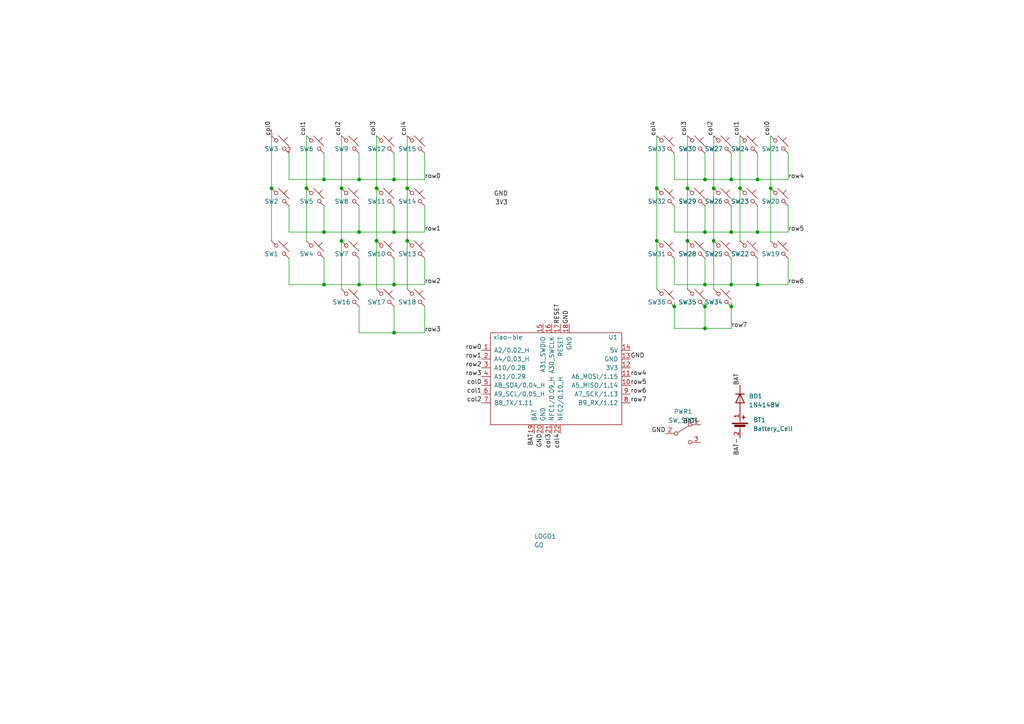
<source format=kicad_sch>
(kicad_sch (version 20230121) (generator eeschema)

  (uuid bcf08c00-9729-48c6-a1d1-fd61a92f814c)

  (paper "A4")

  (lib_symbols
    (symbol "Device:Battery_Cell" (pin_names (offset 0) hide) (in_bom yes) (on_board yes)
      (property "Reference" "BT" (at 2.54 2.54 0)
        (effects (font (size 1.27 1.27)) (justify left))
      )
      (property "Value" "Battery_Cell" (at 2.54 0 0)
        (effects (font (size 1.27 1.27)) (justify left))
      )
      (property "Footprint" "" (at 0 1.524 90)
        (effects (font (size 1.27 1.27)) hide)
      )
      (property "Datasheet" "~" (at 0 1.524 90)
        (effects (font (size 1.27 1.27)) hide)
      )
      (property "ki_keywords" "battery cell" (at 0 0 0)
        (effects (font (size 1.27 1.27)) hide)
      )
      (property "ki_description" "Single-cell battery" (at 0 0 0)
        (effects (font (size 1.27 1.27)) hide)
      )
      (symbol "Battery_Cell_0_1"
        (rectangle (start -2.286 1.778) (end 2.286 1.524)
          (stroke (width 0) (type default))
          (fill (type outline))
        )
        (rectangle (start -1.5748 1.1938) (end 1.4732 0.6858)
          (stroke (width 0) (type default))
          (fill (type outline))
        )
        (polyline
          (pts
            (xy 0 0.762)
            (xy 0 0)
          )
          (stroke (width 0) (type default))
          (fill (type none))
        )
        (polyline
          (pts
            (xy 0 1.778)
            (xy 0 2.54)
          )
          (stroke (width 0) (type default))
          (fill (type none))
        )
        (polyline
          (pts
            (xy 0.508 3.429)
            (xy 1.524 3.429)
          )
          (stroke (width 0.254) (type default))
          (fill (type none))
        )
        (polyline
          (pts
            (xy 1.016 3.937)
            (xy 1.016 2.921)
          )
          (stroke (width 0.254) (type default))
          (fill (type none))
        )
      )
      (symbol "Battery_Cell_1_1"
        (pin passive line (at 0 5.08 270) (length 2.54)
          (name "+" (effects (font (size 1.27 1.27))))
          (number "1" (effects (font (size 1.27 1.27))))
        )
        (pin passive line (at 0 -2.54 90) (length 2.54)
          (name "-" (effects (font (size 1.27 1.27))))
          (number "2" (effects (font (size 1.27 1.27))))
        )
      )
    )
    (symbol "Diode:1N4148W" (pin_numbers hide) (pin_names hide) (in_bom yes) (on_board yes)
      (property "Reference" "D" (at 0 2.54 0)
        (effects (font (size 1.27 1.27)))
      )
      (property "Value" "1N4148W" (at 0 -2.54 0)
        (effects (font (size 1.27 1.27)))
      )
      (property "Footprint" "Diode_SMD:D_SOD-123" (at 0 -4.445 0)
        (effects (font (size 1.27 1.27)) hide)
      )
      (property "Datasheet" "https://www.vishay.com/docs/85748/1n4148w.pdf" (at 0 0 0)
        (effects (font (size 1.27 1.27)) hide)
      )
      (property "Sim.Device" "D" (at 0 0 0)
        (effects (font (size 1.27 1.27)) hide)
      )
      (property "Sim.Pins" "1=K 2=A" (at 0 0 0)
        (effects (font (size 1.27 1.27)) hide)
      )
      (property "ki_keywords" "diode" (at 0 0 0)
        (effects (font (size 1.27 1.27)) hide)
      )
      (property "ki_description" "75V 0.15A Fast Switching Diode, SOD-123" (at 0 0 0)
        (effects (font (size 1.27 1.27)) hide)
      )
      (property "ki_fp_filters" "D*SOD?123*" (at 0 0 0)
        (effects (font (size 1.27 1.27)) hide)
      )
      (symbol "1N4148W_0_1"
        (polyline
          (pts
            (xy -1.27 1.27)
            (xy -1.27 -1.27)
          )
          (stroke (width 0.254) (type default))
          (fill (type none))
        )
        (polyline
          (pts
            (xy 1.27 0)
            (xy -1.27 0)
          )
          (stroke (width 0) (type default))
          (fill (type none))
        )
        (polyline
          (pts
            (xy 1.27 1.27)
            (xy 1.27 -1.27)
            (xy -1.27 0)
            (xy 1.27 1.27)
          )
          (stroke (width 0.254) (type default))
          (fill (type none))
        )
      )
      (symbol "1N4148W_1_1"
        (pin passive line (at -3.81 0 0) (length 2.54)
          (name "K" (effects (font (size 1.27 1.27))))
          (number "1" (effects (font (size 1.27 1.27))))
        )
        (pin passive line (at 3.81 0 180) (length 2.54)
          (name "A" (effects (font (size 1.27 1.27))))
          (number "2" (effects (font (size 1.27 1.27))))
        )
      )
    )
    (symbol "SW_Push_45deg_1" (pin_names (offset 1.016) hide) (in_bom yes) (on_board yes)
      (property "Reference" "SW" (at 3.048 1.016 0)
        (effects (font (size 1.27 1.27)) (justify left))
      )
      (property "Value" "SW_Push_45deg" (at 0 -3.81 0)
        (effects (font (size 1.27 1.27)))
      )
      (property "Footprint" "" (at 0 0 0)
        (effects (font (size 1.27 1.27)) hide)
      )
      (property "Datasheet" "~" (at 0 0 0)
        (effects (font (size 1.27 1.27)) hide)
      )
      (property "ki_keywords" "switch normally-open pushbutton push-button" (at 0 0 0)
        (effects (font (size 1.27 1.27)) hide)
      )
      (property "ki_description" "Push button switch, normally open, two pins, 45° tilted" (at 0 0 0)
        (effects (font (size 1.27 1.27)) hide)
      )
      (symbol "SW_Push_45deg_1_0_1"
        (circle (center -1.1684 1.1684) (radius 0.508)
          (stroke (width 0) (type default))
          (fill (type none))
        )
        (polyline
          (pts
            (xy -0.508 2.54)
            (xy 2.54 -0.508)
          )
          (stroke (width 0) (type default))
          (fill (type none))
        )
        (polyline
          (pts
            (xy 1.016 1.016)
            (xy 2.032 2.032)
          )
          (stroke (width 0) (type default))
          (fill (type none))
        )
        (polyline
          (pts
            (xy -2.54 2.54)
            (xy -1.524 1.524)
            (xy -1.524 1.524)
          )
          (stroke (width 0) (type default))
          (fill (type none))
        )
        (polyline
          (pts
            (xy 1.524 -1.524)
            (xy 2.54 -2.54)
            (xy 2.54 -2.54)
            (xy 2.54 -2.54)
          )
          (stroke (width 0) (type default))
          (fill (type none))
        )
        (circle (center 1.143 -1.1938) (radius 0.508)
          (stroke (width 0) (type default))
          (fill (type none))
        )
        (pin passive line (at -2.54 2.54 0) (length 0)
          (name "1" (effects (font (size 1.27 1.27))))
          (number "1" (effects (font (size 1.27 1.27))))
        )
        (pin passive line (at 2.54 -2.54 180) (length 0)
          (name "2" (effects (font (size 1.27 1.27))))
          (number "2" (effects (font (size 1.27 1.27))))
        )
      )
    )
    (symbol "Switch:SW_Push_45deg" (pin_numbers hide) (pin_names (offset 1.016) hide) (in_bom yes) (on_board yes)
      (property "Reference" "SW" (at 3.048 1.016 0)
        (effects (font (size 1.27 1.27)) (justify left))
      )
      (property "Value" "SW_Push_45deg" (at 0 -3.81 0)
        (effects (font (size 1.27 1.27)))
      )
      (property "Footprint" "" (at 0 0 0)
        (effects (font (size 1.27 1.27)) hide)
      )
      (property "Datasheet" "~" (at 0 0 0)
        (effects (font (size 1.27 1.27)) hide)
      )
      (property "ki_keywords" "switch normally-open pushbutton push-button" (at 0 0 0)
        (effects (font (size 1.27 1.27)) hide)
      )
      (property "ki_description" "Push button switch, normally open, two pins, 45° tilted" (at 0 0 0)
        (effects (font (size 1.27 1.27)) hide)
      )
      (symbol "SW_Push_45deg_0_1"
        (circle (center -1.1684 1.1684) (radius 0.508)
          (stroke (width 0) (type default))
          (fill (type none))
        )
        (polyline
          (pts
            (xy -0.508 2.54)
            (xy 2.54 -0.508)
          )
          (stroke (width 0) (type default))
          (fill (type none))
        )
        (polyline
          (pts
            (xy 1.016 1.016)
            (xy 2.032 2.032)
          )
          (stroke (width 0) (type default))
          (fill (type none))
        )
        (polyline
          (pts
            (xy -2.54 2.54)
            (xy -1.524 1.524)
            (xy -1.524 1.524)
          )
          (stroke (width 0) (type default))
          (fill (type none))
        )
        (polyline
          (pts
            (xy 1.524 -1.524)
            (xy 2.54 -2.54)
            (xy 2.54 -2.54)
            (xy 2.54 -2.54)
          )
          (stroke (width 0) (type default))
          (fill (type none))
        )
        (circle (center 1.143 -1.1938) (radius 0.508)
          (stroke (width 0) (type default))
          (fill (type none))
        )
        (pin passive line (at -2.54 2.54 0) (length 0)
          (name "1" (effects (font (size 1.27 1.27))))
          (number "1" (effects (font (size 1.27 1.27))))
        )
        (pin passive line (at 2.54 -2.54 180) (length 0)
          (name "2" (effects (font (size 1.27 1.27))))
          (number "2" (effects (font (size 1.27 1.27))))
        )
      )
    )
    (symbol "Switch:SW_SPDT" (pin_names (offset 0) hide) (in_bom yes) (on_board yes)
      (property "Reference" "SW" (at 0 4.318 0)
        (effects (font (size 1.27 1.27)))
      )
      (property "Value" "SW_SPDT" (at 0 -5.08 0)
        (effects (font (size 1.27 1.27)))
      )
      (property "Footprint" "" (at 0 0 0)
        (effects (font (size 1.27 1.27)) hide)
      )
      (property "Datasheet" "~" (at 0 0 0)
        (effects (font (size 1.27 1.27)) hide)
      )
      (property "ki_keywords" "switch single-pole double-throw spdt ON-ON" (at 0 0 0)
        (effects (font (size 1.27 1.27)) hide)
      )
      (property "ki_description" "Switch, single pole double throw" (at 0 0 0)
        (effects (font (size 1.27 1.27)) hide)
      )
      (symbol "SW_SPDT_0_0"
        (circle (center -2.032 0) (radius 0.508)
          (stroke (width 0) (type default))
          (fill (type none))
        )
        (circle (center 2.032 -2.54) (radius 0.508)
          (stroke (width 0) (type default))
          (fill (type none))
        )
      )
      (symbol "SW_SPDT_0_1"
        (polyline
          (pts
            (xy -1.524 0.254)
            (xy 1.651 2.286)
          )
          (stroke (width 0) (type default))
          (fill (type none))
        )
        (circle (center 2.032 2.54) (radius 0.508)
          (stroke (width 0) (type default))
          (fill (type none))
        )
      )
      (symbol "SW_SPDT_1_1"
        (pin passive line (at 5.08 2.54 180) (length 2.54)
          (name "A" (effects (font (size 1.27 1.27))))
          (number "1" (effects (font (size 1.27 1.27))))
        )
        (pin passive line (at -5.08 0 0) (length 2.54)
          (name "B" (effects (font (size 1.27 1.27))))
          (number "2" (effects (font (size 1.27 1.27))))
        )
        (pin passive line (at 5.08 -2.54 180) (length 2.54)
          (name "C" (effects (font (size 1.27 1.27))))
          (number "3" (effects (font (size 1.27 1.27))))
        )
      )
    )
    (symbol "hazel:placeholder" (pin_numbers hide) (pin_names (offset 0) hide) (in_bom yes) (on_board yes)
      (property "Reference" "PH" (at 0 -2.54 0)
        (effects (font (size 1.27 1.27)))
      )
      (property "Value" "placeholder" (at 0 0 0)
        (effects (font (size 1.27 1.27)))
      )
      (property "Footprint" "" (at 0 0 0)
        (effects (font (size 1.27 1.27)) hide)
      )
      (property "Datasheet" "" (at 0 0 0)
        (effects (font (size 1.27 1.27)) hide)
      )
    )
    (symbol "mcu:xiao-ble" (pin_names (offset 1.016)) (in_bom yes) (on_board yes)
      (property "Reference" "U" (at -17.78 16.51 0)
        (effects (font (size 1.27 1.27)))
      )
      (property "Value" "xiao-ble" (at -15.24 13.97 0)
        (effects (font (size 1.27 1.27)))
      )
      (property "Footprint" "" (at -7.62 5.08 0)
        (effects (font (size 1.27 1.27)) hide)
      )
      (property "Datasheet" "" (at -7.62 5.08 0)
        (effects (font (size 1.27 1.27)) hide)
      )
      (symbol "xiao-ble_0_1"
        (rectangle (start -19.05 12.7) (end 19.05 -13.97)
          (stroke (width 0) (type default))
          (fill (type none))
        )
      )
      (symbol "xiao-ble_1_1"
        (pin bidirectional line (at -21.59 7.62 0) (length 2.54)
          (name "A2/0.02_H" (effects (font (size 1.27 1.27))))
          (number "1" (effects (font (size 1.27 1.27))))
        )
        (pin bidirectional line (at 21.59 -2.54 180) (length 2.54)
          (name "A5_MISO/1.14" (effects (font (size 1.27 1.27))))
          (number "10" (effects (font (size 1.27 1.27))))
        )
        (pin bidirectional line (at 21.59 0 180) (length 2.54)
          (name "A6_MOSI/1.15" (effects (font (size 1.27 1.27))))
          (number "11" (effects (font (size 1.27 1.27))))
        )
        (pin power_out line (at 21.59 2.54 180) (length 2.54)
          (name "3V3" (effects (font (size 1.27 1.27))))
          (number "12" (effects (font (size 1.27 1.27))))
        )
        (pin power_out line (at 21.59 5.08 180) (length 2.54)
          (name "GND" (effects (font (size 1.27 1.27))))
          (number "13" (effects (font (size 1.27 1.27))))
        )
        (pin power_out line (at 21.59 7.62 180) (length 2.54)
          (name "5V" (effects (font (size 1.27 1.27))))
          (number "14" (effects (font (size 1.27 1.27))))
        )
        (pin input line (at -3.81 15.24 270) (length 2.54)
          (name "A31_SWDIO" (effects (font (size 1.27 1.27))))
          (number "15" (effects (font (size 1.27 1.27))))
        )
        (pin input line (at -1.27 15.24 270) (length 2.54)
          (name "A30_SWCLK" (effects (font (size 1.27 1.27))))
          (number "16" (effects (font (size 1.27 1.27))))
        )
        (pin input line (at 1.27 15.24 270) (length 2.54)
          (name "RESET" (effects (font (size 1.27 1.27))))
          (number "17" (effects (font (size 1.27 1.27))))
        )
        (pin power_out line (at 3.81 15.24 270) (length 2.54)
          (name "GND" (effects (font (size 1.27 1.27))))
          (number "18" (effects (font (size 1.27 1.27))))
        )
        (pin bidirectional line (at -6.35 -16.51 90) (length 2.54)
          (name "BAT" (effects (font (size 1.27 1.27))))
          (number "19" (effects (font (size 1.27 1.27))))
        )
        (pin bidirectional line (at -21.59 5.08 0) (length 2.54)
          (name "A4/0.03_H" (effects (font (size 1.27 1.27))))
          (number "2" (effects (font (size 1.27 1.27))))
        )
        (pin power_out line (at -3.81 -16.51 90) (length 2.54)
          (name "GND" (effects (font (size 1.27 1.27))))
          (number "20" (effects (font (size 1.27 1.27))))
        )
        (pin bidirectional line (at -1.27 -16.51 90) (length 2.54)
          (name "NFC1/0.09_H" (effects (font (size 1.27 1.27))))
          (number "21" (effects (font (size 1.27 1.27))))
        )
        (pin bidirectional line (at 1.27 -16.51 90) (length 2.54)
          (name "NFC2/0.10_H" (effects (font (size 1.27 1.27))))
          (number "22" (effects (font (size 1.27 1.27))))
        )
        (pin bidirectional line (at -21.59 2.54 0) (length 2.54)
          (name "A10/0.28" (effects (font (size 1.27 1.27))))
          (number "3" (effects (font (size 1.27 1.27))))
        )
        (pin bidirectional line (at -21.59 0 0) (length 2.54)
          (name "A11/0.29" (effects (font (size 1.27 1.27))))
          (number "4" (effects (font (size 1.27 1.27))))
        )
        (pin bidirectional line (at -21.59 -2.54 0) (length 2.54)
          (name "A8_SDA/0.04_H" (effects (font (size 1.27 1.27))))
          (number "5" (effects (font (size 1.27 1.27))))
        )
        (pin bidirectional line (at -21.59 -5.08 0) (length 2.54)
          (name "A9_SCL/0.05_H" (effects (font (size 1.27 1.27))))
          (number "6" (effects (font (size 1.27 1.27))))
        )
        (pin bidirectional line (at -21.59 -7.62 0) (length 2.54)
          (name "B8_TX/1.11" (effects (font (size 1.27 1.27))))
          (number "7" (effects (font (size 1.27 1.27))))
        )
        (pin bidirectional line (at 21.59 -7.62 180) (length 2.54)
          (name "B9_RX/1.12" (effects (font (size 1.27 1.27))))
          (number "8" (effects (font (size 1.27 1.27))))
        )
        (pin bidirectional line (at 21.59 -5.08 180) (length 2.54)
          (name "A7_SCK/1.13" (effects (font (size 1.27 1.27))))
          (number "9" (effects (font (size 1.27 1.27))))
        )
      )
    )
  )

  (junction (at 114.3 67.31) (diameter 0) (color 0 0 0 0)
    (uuid 03dbb60a-172f-4e27-990b-9f462e3784bd)
  )
  (junction (at 204.47 95.25) (diameter 0) (color 0 0 0 0)
    (uuid 08684595-c0ed-4247-be27-46947b1c2732)
  )
  (junction (at 212.09 88.9) (diameter 0) (color 0 0 0 0)
    (uuid 11656c12-6fe5-4106-acb8-d4db44eb6e25)
  )
  (junction (at 78.74 54.61) (diameter 0) (color 0 0 0 0)
    (uuid 1497568a-ad26-4e81-b4c7-15b870a0a338)
  )
  (junction (at 207.01 54.61) (diameter 0) (color 0 0 0 0)
    (uuid 153dc38d-afab-410b-b1ec-fda8f60d63ec)
  )
  (junction (at 212.09 67.31) (diameter 0) (color 0 0 0 0)
    (uuid 1af36251-a50c-4a93-b0db-6677f351762f)
  )
  (junction (at 190.5 69.85) (diameter 0) (color 0 0 0 0)
    (uuid 1f32fe66-6191-4f19-9d34-b61d59aa1207)
  )
  (junction (at 195.58 88.9) (diameter 0) (color 0 0 0 0)
    (uuid 1f57f1f8-d497-441d-8d65-687a30fc7c21)
  )
  (junction (at 118.11 54.61) (diameter 0) (color 0 0 0 0)
    (uuid 21e7e152-d6c1-4190-8b27-269871d89788)
  )
  (junction (at 99.06 69.85) (diameter 0) (color 0 0 0 0)
    (uuid 28d46e61-0a6d-4ea3-aec5-f25386537329)
  )
  (junction (at 219.71 52.07) (diameter 0) (color 0 0 0 0)
    (uuid 36e9b7a9-dd94-47b1-bfa7-8575f0c558f4)
  )
  (junction (at 219.71 67.31) (diameter 0) (color 0 0 0 0)
    (uuid 3ae37cde-b93c-434c-af27-a25d18c8392a)
  )
  (junction (at 104.14 52.07) (diameter 0) (color 0 0 0 0)
    (uuid 3d2b6b3d-d4d6-4903-b818-a0b07318e23d)
  )
  (junction (at 104.14 67.31) (diameter 0) (color 0 0 0 0)
    (uuid 3e22918d-8483-4aa8-8d67-c10a8ff6e2a2)
  )
  (junction (at 214.63 54.61) (diameter 0) (color 0 0 0 0)
    (uuid 4066553d-d809-4d81-a46d-6bc8117aa89d)
  )
  (junction (at 204.47 67.31) (diameter 0) (color 0 0 0 0)
    (uuid 44215ff3-2688-4a97-a713-e8e61135babb)
  )
  (junction (at 93.98 67.31) (diameter 0) (color 0 0 0 0)
    (uuid 4eb27602-8504-44a6-ac13-37c412a6b2a5)
  )
  (junction (at 109.22 69.85) (diameter 0) (color 0 0 0 0)
    (uuid 56bf40ab-b314-43c9-ac35-cef2f5bb9ee2)
  )
  (junction (at 190.5 54.61) (diameter 0) (color 0 0 0 0)
    (uuid 71952ec6-534a-47f3-bc87-78f31a015692)
  )
  (junction (at 199.39 54.61) (diameter 0) (color 0 0 0 0)
    (uuid 71963227-b769-47c2-89a3-c58b17293e71)
  )
  (junction (at 93.98 82.55) (diameter 0) (color 0 0 0 0)
    (uuid 7546fca8-d108-40a9-8711-3b173ce166d0)
  )
  (junction (at 219.71 82.55) (diameter 0) (color 0 0 0 0)
    (uuid 7f82f11c-05cd-4bac-8852-2ff3adc5f477)
  )
  (junction (at 88.9 54.61) (diameter 0) (color 0 0 0 0)
    (uuid 7fe070a5-747c-4077-b35a-5bb48b927996)
  )
  (junction (at 118.11 69.85) (diameter 0) (color 0 0 0 0)
    (uuid 88d6efd0-dded-492a-8b47-70cd89b53de8)
  )
  (junction (at 212.09 52.07) (diameter 0) (color 0 0 0 0)
    (uuid 95481dd4-e08c-45b3-98e6-7caa9bef6115)
  )
  (junction (at 109.22 54.61) (diameter 0) (color 0 0 0 0)
    (uuid 9661aef0-2b88-470f-b33f-98214ec309a2)
  )
  (junction (at 93.98 52.07) (diameter 0) (color 0 0 0 0)
    (uuid 9c801dc4-2896-425b-9d19-9af9bd9160ac)
  )
  (junction (at 99.06 54.61) (diameter 0) (color 0 0 0 0)
    (uuid ad81394b-f62d-4c23-ad24-bd2f3d71bf19)
  )
  (junction (at 104.14 82.55) (diameter 0) (color 0 0 0 0)
    (uuid bbffe191-4fcc-4310-8135-a919175334e9)
  )
  (junction (at 114.3 96.52) (diameter 0) (color 0 0 0 0)
    (uuid c97fd4e7-e832-4a06-a640-8dfb92c8d2a4)
  )
  (junction (at 114.3 52.07) (diameter 0) (color 0 0 0 0)
    (uuid cfafe043-778b-4d17-88ae-5d556210efba)
  )
  (junction (at 199.39 69.85) (diameter 0) (color 0 0 0 0)
    (uuid d1460c17-56b6-4f02-b4a9-dbd8cddbf4c5)
  )
  (junction (at 223.52 54.61) (diameter 0) (color 0 0 0 0)
    (uuid d480f1e1-4bc1-43fb-9561-328c7bd4b7b7)
  )
  (junction (at 204.47 88.9) (diameter 0) (color 0 0 0 0)
    (uuid ecc20a9d-8109-40d9-a549-580663e5e36b)
  )
  (junction (at 114.3 82.55) (diameter 0) (color 0 0 0 0)
    (uuid ef9567ea-d4ce-48cb-a4ee-b3a4b556f581)
  )
  (junction (at 212.09 82.55) (diameter 0) (color 0 0 0 0)
    (uuid f72eb900-b345-432f-ac79-f346f3077662)
  )
  (junction (at 204.47 82.55) (diameter 0) (color 0 0 0 0)
    (uuid fcd77bf4-351b-4929-9ef8-f6e82fed1288)
  )
  (junction (at 204.47 52.07) (diameter 0) (color 0 0 0 0)
    (uuid fd591c0f-8fcc-4e92-b7c4-7cc29eb88d22)
  )
  (junction (at 207.01 69.85) (diameter 0) (color 0 0 0 0)
    (uuid feb6758a-b858-48c5-93dd-97a00e48c4bc)
  )

  (wire (pts (xy 204.47 52.07) (xy 212.09 52.07))
    (stroke (width 0) (type default))
    (uuid 06c14bd7-8d0c-4701-87f4-1e82339e5484)
  )
  (wire (pts (xy 199.39 39.37) (xy 199.39 54.61))
    (stroke (width 0) (type default))
    (uuid 08364a7a-f00e-4d22-8b38-f9e8a2507498)
  )
  (wire (pts (xy 195.58 95.25) (xy 204.47 95.25))
    (stroke (width 0) (type default))
    (uuid 08e03a45-d2b0-4509-937b-c9ab7fb327e8)
  )
  (wire (pts (xy 78.74 39.37) (xy 78.74 54.61))
    (stroke (width 0) (type default))
    (uuid 0b455500-0340-4c3b-ab9a-9e359f7da105)
  )
  (wire (pts (xy 88.9 54.61) (xy 88.9 69.85))
    (stroke (width 0) (type default))
    (uuid 0ea91355-78c8-480d-9d6a-789584f36c1b)
  )
  (wire (pts (xy 109.22 54.61) (xy 109.22 69.85))
    (stroke (width 0) (type default))
    (uuid 0f3b83fc-63a2-4bd8-ad6c-51a226ca9c5a)
  )
  (wire (pts (xy 78.74 54.61) (xy 78.74 69.85))
    (stroke (width 0) (type default))
    (uuid 10299e8d-ba22-46bd-ba02-b3f6b08b85e6)
  )
  (wire (pts (xy 114.3 52.07) (xy 123.19 52.07))
    (stroke (width 0) (type default))
    (uuid 10d175cc-fe48-41c0-9a24-81436b845698)
  )
  (wire (pts (xy 190.5 69.85) (xy 190.5 83.82))
    (stroke (width 0) (type default))
    (uuid 1518816f-31e2-444f-85e1-931739db31c7)
  )
  (wire (pts (xy 212.09 82.55) (xy 219.71 82.55))
    (stroke (width 0) (type default))
    (uuid 184d9a1b-da05-49fe-a559-272ed2d307db)
  )
  (wire (pts (xy 123.19 74.93) (xy 123.19 82.55))
    (stroke (width 0) (type default))
    (uuid 18c3917e-5166-4a35-bf4b-558f1e858ff5)
  )
  (wire (pts (xy 195.58 67.31) (xy 204.47 67.31))
    (stroke (width 0) (type default))
    (uuid 1ef8789d-9d4b-4b2b-b60f-4d24892224c5)
  )
  (wire (pts (xy 123.19 88.9) (xy 123.19 96.52))
    (stroke (width 0) (type default))
    (uuid 217f3848-de9c-47ef-939a-dbe7979e0ac0)
  )
  (wire (pts (xy 207.01 69.85) (xy 207.01 83.82))
    (stroke (width 0) (type default))
    (uuid 2480cc1f-cda7-4ebe-b4f8-fcd7d3313015)
  )
  (wire (pts (xy 219.71 82.55) (xy 228.6 82.55))
    (stroke (width 0) (type default))
    (uuid 25044854-91d5-49e3-b7e6-dcdc3041d610)
  )
  (wire (pts (xy 83.82 82.55) (xy 93.98 82.55))
    (stroke (width 0) (type default))
    (uuid 25246bba-7175-41c7-926e-6f863455d1e3)
  )
  (wire (pts (xy 204.47 95.25) (xy 212.09 95.25))
    (stroke (width 0) (type default))
    (uuid 2573fe4c-da16-44e1-8601-ae24b8a24d8a)
  )
  (wire (pts (xy 207.01 39.37) (xy 207.01 54.61))
    (stroke (width 0) (type default))
    (uuid 2ce8e83a-7206-4ffe-87b4-5ac3c1a5709c)
  )
  (wire (pts (xy 195.58 44.45) (xy 195.58 52.07))
    (stroke (width 0) (type default))
    (uuid 2f5fa0c1-cc53-40c3-b349-6a162c78518f)
  )
  (wire (pts (xy 219.71 67.31) (xy 228.6 67.31))
    (stroke (width 0) (type default))
    (uuid 31f981a2-c261-4066-b689-dc4885204768)
  )
  (wire (pts (xy 99.06 69.85) (xy 99.06 83.82))
    (stroke (width 0) (type default))
    (uuid 32f11112-8a07-481b-bc9d-fdcd1b80f1c2)
  )
  (wire (pts (xy 212.09 44.45) (xy 212.09 52.07))
    (stroke (width 0) (type default))
    (uuid 35c4b6fe-44e4-4bb4-ac61-e42be004352b)
  )
  (wire (pts (xy 212.09 74.93) (xy 212.09 82.55))
    (stroke (width 0) (type default))
    (uuid 36e10c04-1cf2-476a-9d8b-c8689b2a76e8)
  )
  (wire (pts (xy 219.71 59.69) (xy 219.71 67.31))
    (stroke (width 0) (type default))
    (uuid 387f2b56-c4ce-41ae-a7df-615f88caf3ad)
  )
  (wire (pts (xy 195.58 82.55) (xy 204.47 82.55))
    (stroke (width 0) (type default))
    (uuid 38c09461-ac27-46c8-b881-4282174858f5)
  )
  (wire (pts (xy 118.11 69.85) (xy 118.11 83.82))
    (stroke (width 0) (type default))
    (uuid 3a9fd9c9-9df1-47ee-9394-9118c65afc09)
  )
  (wire (pts (xy 195.58 87.63) (xy 195.58 88.9))
    (stroke (width 0) (type default))
    (uuid 3acaf96f-a2bf-4e65-ae5b-f2f49929cf7b)
  )
  (wire (pts (xy 204.47 59.69) (xy 204.47 67.31))
    (stroke (width 0) (type default))
    (uuid 433983f1-2609-4e94-a069-e43fa26355f3)
  )
  (wire (pts (xy 123.19 44.45) (xy 123.19 52.07))
    (stroke (width 0) (type default))
    (uuid 48c82ac8-dd16-41f7-a323-0962942a34e4)
  )
  (wire (pts (xy 83.82 44.45) (xy 83.82 52.07))
    (stroke (width 0) (type default))
    (uuid 4a1ac646-9ee1-416e-b2a0-628333ea8835)
  )
  (wire (pts (xy 195.58 74.93) (xy 195.58 82.55))
    (stroke (width 0) (type default))
    (uuid 4a88d854-de30-4f54-a0f8-2a34425f5f8f)
  )
  (wire (pts (xy 212.09 59.69) (xy 212.09 67.31))
    (stroke (width 0) (type default))
    (uuid 4d144fbf-e530-4d98-9a23-ea36c0c99d76)
  )
  (wire (pts (xy 114.3 96.52) (xy 123.19 96.52))
    (stroke (width 0) (type default))
    (uuid 4eb13815-2124-4f54-856a-e3de2b5c72b3)
  )
  (wire (pts (xy 204.47 44.45) (xy 204.47 52.07))
    (stroke (width 0) (type default))
    (uuid 4f0e61a2-9984-419b-bd0a-5e2512730eda)
  )
  (wire (pts (xy 104.14 88.9) (xy 104.14 96.52))
    (stroke (width 0) (type default))
    (uuid 4fba19fa-9883-412c-a04c-cf83a3f36182)
  )
  (wire (pts (xy 114.3 59.69) (xy 114.3 67.31))
    (stroke (width 0) (type default))
    (uuid 50a58c94-f254-454d-a2f6-8c24d0ab1da2)
  )
  (wire (pts (xy 93.98 74.93) (xy 93.98 82.55))
    (stroke (width 0) (type default))
    (uuid 566876d7-68d0-4c8d-9a26-6a0df8d79553)
  )
  (wire (pts (xy 223.52 39.37) (xy 223.52 54.61))
    (stroke (width 0) (type default))
    (uuid 59d4c199-2cc1-4316-97d9-d3e567bb31ae)
  )
  (wire (pts (xy 83.82 74.93) (xy 83.82 82.55))
    (stroke (width 0) (type default))
    (uuid 5bbf52ac-c4cd-4f80-b668-7ec6ffdec554)
  )
  (wire (pts (xy 228.6 74.93) (xy 228.6 82.55))
    (stroke (width 0) (type default))
    (uuid 68a8e88a-a4ff-42fe-bfc0-bddcd099a96b)
  )
  (wire (pts (xy 219.71 52.07) (xy 228.6 52.07))
    (stroke (width 0) (type default))
    (uuid 6cc35d14-3a18-41ab-ad72-54d87ed87939)
  )
  (wire (pts (xy 83.82 52.07) (xy 93.98 52.07))
    (stroke (width 0) (type default))
    (uuid 6f2ddfe4-6bc9-4bf0-aebe-fd69ab7d2ad8)
  )
  (wire (pts (xy 104.14 52.07) (xy 114.3 52.07))
    (stroke (width 0) (type default))
    (uuid 726b3a39-c5ba-4265-9d39-db67ee558bc6)
  )
  (wire (pts (xy 204.47 88.9) (xy 204.47 95.25))
    (stroke (width 0) (type default))
    (uuid 72bc6ae8-b550-4db5-83f6-7c1515ec226d)
  )
  (wire (pts (xy 114.3 67.31) (xy 123.19 67.31))
    (stroke (width 0) (type default))
    (uuid 730e15e8-397d-45ac-94b3-b0913a9e4a48)
  )
  (wire (pts (xy 104.14 74.93) (xy 104.14 82.55))
    (stroke (width 0) (type default))
    (uuid 77983d53-e1ab-4ab8-bd7f-d077b09bde93)
  )
  (wire (pts (xy 109.22 69.85) (xy 109.22 83.82))
    (stroke (width 0) (type default))
    (uuid 786c9b69-4912-4430-9f4f-6d709581e3f7)
  )
  (wire (pts (xy 214.63 54.61) (xy 214.63 69.85))
    (stroke (width 0) (type default))
    (uuid 7c0c243c-b97f-423c-8232-fd61abf9ba96)
  )
  (wire (pts (xy 204.47 87.63) (xy 204.47 88.9))
    (stroke (width 0) (type default))
    (uuid 7cfe2b27-d93b-472a-a915-96ab28985fa5)
  )
  (wire (pts (xy 109.22 39.37) (xy 109.22 54.61))
    (stroke (width 0) (type default))
    (uuid 7d992f1d-00e1-4c5e-a9b5-985edf0f15fd)
  )
  (wire (pts (xy 212.09 52.07) (xy 219.71 52.07))
    (stroke (width 0) (type default))
    (uuid 82caacee-861c-4933-83cb-5fe2fd04094a)
  )
  (wire (pts (xy 199.39 69.85) (xy 199.39 83.82))
    (stroke (width 0) (type default))
    (uuid 88b00197-9a60-4b07-a001-a4934451b53e)
  )
  (wire (pts (xy 93.98 59.69) (xy 93.98 67.31))
    (stroke (width 0) (type default))
    (uuid 8d32882a-f6de-48f8-84c9-70730faea19f)
  )
  (wire (pts (xy 212.09 88.9) (xy 212.09 95.25))
    (stroke (width 0) (type default))
    (uuid 91de75b4-f64c-41e7-b2b2-e2128db11eb7)
  )
  (wire (pts (xy 199.39 54.61) (xy 199.39 69.85))
    (stroke (width 0) (type default))
    (uuid 9b455b7c-0108-4190-aa17-b131fed1fefd)
  )
  (wire (pts (xy 195.58 88.9) (xy 195.58 95.25))
    (stroke (width 0) (type default))
    (uuid a045f400-fb6c-483e-a7d2-3b45c8048520)
  )
  (wire (pts (xy 104.14 44.45) (xy 104.14 52.07))
    (stroke (width 0) (type default))
    (uuid a0b8b6c0-57cf-43cb-94f0-1e29ffd0035d)
  )
  (wire (pts (xy 93.98 44.45) (xy 93.98 52.07))
    (stroke (width 0) (type default))
    (uuid a43982b8-0542-4f0f-99c6-249f2e4bfa35)
  )
  (wire (pts (xy 195.58 52.07) (xy 204.47 52.07))
    (stroke (width 0) (type default))
    (uuid a7510be7-8557-4073-a544-f9abc134d9c6)
  )
  (wire (pts (xy 123.19 59.69) (xy 123.19 67.31))
    (stroke (width 0) (type default))
    (uuid aaafe250-fd3a-4adb-b4b4-d886e14d2949)
  )
  (wire (pts (xy 219.71 74.93) (xy 219.71 82.55))
    (stroke (width 0) (type default))
    (uuid ab622634-0fd2-4261-a6f7-8663337c893c)
  )
  (wire (pts (xy 118.11 39.37) (xy 118.11 54.61))
    (stroke (width 0) (type default))
    (uuid af8ce68b-8d44-4aae-9f16-1513c2d6dd66)
  )
  (wire (pts (xy 214.63 39.37) (xy 214.63 54.61))
    (stroke (width 0) (type default))
    (uuid b0fea1e8-70e0-47b8-9cb0-cf43b9807490)
  )
  (wire (pts (xy 207.01 54.61) (xy 207.01 69.85))
    (stroke (width 0) (type default))
    (uuid b38eef05-3986-42cb-9a65-1ba5812a7f8e)
  )
  (wire (pts (xy 93.98 67.31) (xy 104.14 67.31))
    (stroke (width 0) (type default))
    (uuid b3f7d2e0-55e8-4038-a1b6-548a2590fd35)
  )
  (wire (pts (xy 88.9 39.37) (xy 88.9 54.61))
    (stroke (width 0) (type default))
    (uuid bd44bc95-020c-4a80-a919-b60268690c8b)
  )
  (wire (pts (xy 99.06 39.37) (xy 99.06 54.61))
    (stroke (width 0) (type default))
    (uuid c166ddcc-951e-4495-9c6a-d4a64af05863)
  )
  (wire (pts (xy 204.47 74.93) (xy 204.47 82.55))
    (stroke (width 0) (type default))
    (uuid c19bea0e-f9ce-496a-9722-695fe122e811)
  )
  (wire (pts (xy 118.11 54.61) (xy 118.11 69.85))
    (stroke (width 0) (type default))
    (uuid c1e7e7ab-e132-4707-90ff-c97f817ea898)
  )
  (wire (pts (xy 114.3 74.93) (xy 114.3 82.55))
    (stroke (width 0) (type default))
    (uuid c2d88924-b880-4214-9686-f9925a031fa2)
  )
  (wire (pts (xy 204.47 82.55) (xy 212.09 82.55))
    (stroke (width 0) (type default))
    (uuid c92d4285-d9d0-4484-955c-c0737fe0e01c)
  )
  (wire (pts (xy 212.09 67.31) (xy 219.71 67.31))
    (stroke (width 0) (type default))
    (uuid c95aba0e-79b2-4b5d-b84f-364daa97d573)
  )
  (wire (pts (xy 114.3 44.45) (xy 114.3 52.07))
    (stroke (width 0) (type default))
    (uuid ca510ee6-f233-4624-9f91-0c303c78e4fb)
  )
  (wire (pts (xy 190.5 39.37) (xy 190.5 54.61))
    (stroke (width 0) (type default))
    (uuid cba1f655-0b11-4f5f-ba7c-34978e749cbd)
  )
  (wire (pts (xy 228.6 44.45) (xy 228.6 52.07))
    (stroke (width 0) (type default))
    (uuid cee46593-6096-4a44-b48b-b9786e952064)
  )
  (wire (pts (xy 83.82 67.31) (xy 93.98 67.31))
    (stroke (width 0) (type default))
    (uuid cfbd04c7-99a9-4d1f-b538-922e9b0475fa)
  )
  (wire (pts (xy 104.14 82.55) (xy 114.3 82.55))
    (stroke (width 0) (type default))
    (uuid d192162f-4e76-440c-9736-a3c1f98f8dc8)
  )
  (wire (pts (xy 195.58 59.69) (xy 195.58 67.31))
    (stroke (width 0) (type default))
    (uuid d22151b2-53ec-470b-829b-2685ce24ce6c)
  )
  (wire (pts (xy 204.47 67.31) (xy 212.09 67.31))
    (stroke (width 0) (type default))
    (uuid d36067f9-cc7b-4aed-99c2-180f3b9a60af)
  )
  (wire (pts (xy 83.82 59.69) (xy 83.82 67.31))
    (stroke (width 0) (type default))
    (uuid d47388c9-998e-42cd-8a07-e6998b40d746)
  )
  (wire (pts (xy 93.98 52.07) (xy 104.14 52.07))
    (stroke (width 0) (type default))
    (uuid d53ab8ab-f048-4396-b134-d68ae54dc66d)
  )
  (wire (pts (xy 93.98 82.55) (xy 104.14 82.55))
    (stroke (width 0) (type default))
    (uuid d80614e0-f97c-4aa6-a0ee-b139e9b46763)
  )
  (wire (pts (xy 114.3 82.55) (xy 123.19 82.55))
    (stroke (width 0) (type default))
    (uuid dbeea4bc-eeac-4877-a52f-8e2e4f5eba36)
  )
  (wire (pts (xy 104.14 67.31) (xy 114.3 67.31))
    (stroke (width 0) (type default))
    (uuid dbf9e7b7-9492-4c88-a2da-c01fbd1b65c5)
  )
  (wire (pts (xy 228.6 59.69) (xy 228.6 67.31))
    (stroke (width 0) (type default))
    (uuid dc6bb7e0-65bd-4226-855e-db1ca14550f8)
  )
  (wire (pts (xy 212.09 87.63) (xy 212.09 88.9))
    (stroke (width 0) (type default))
    (uuid e24f5f28-d456-473c-9321-7972886033df)
  )
  (wire (pts (xy 104.14 59.69) (xy 104.14 67.31))
    (stroke (width 0) (type default))
    (uuid ee84a699-9c4e-4eb2-90c2-439ff0ca92d3)
  )
  (wire (pts (xy 219.71 44.45) (xy 219.71 52.07))
    (stroke (width 0) (type default))
    (uuid f001069d-f906-44da-b008-3da4e12cedaa)
  )
  (wire (pts (xy 104.14 96.52) (xy 114.3 96.52))
    (stroke (width 0) (type default))
    (uuid f35afa12-6090-4dee-acbf-20e7f432ae25)
  )
  (wire (pts (xy 99.06 54.61) (xy 99.06 69.85))
    (stroke (width 0) (type default))
    (uuid f6ef4e05-0138-4dd1-8668-898a88891dd9)
  )
  (wire (pts (xy 190.5 54.61) (xy 190.5 69.85))
    (stroke (width 0) (type default))
    (uuid fb8df223-0534-4964-a8e7-30b63b5db5ec)
  )
  (wire (pts (xy 114.3 88.9) (xy 114.3 96.52))
    (stroke (width 0) (type default))
    (uuid fd80c1a6-4398-47f5-9c73-aa34e52fb0f9)
  )
  (wire (pts (xy 223.52 54.61) (xy 223.52 69.85))
    (stroke (width 0) (type default))
    (uuid fe42a05c-59a5-439d-a3db-c415eb99fd98)
  )

  (label "row7" (at 212.09 95.25 0) (fields_autoplaced)
    (effects (font (size 1.27 1.27)) (justify left bottom))
    (uuid 003e8c4b-1cee-4741-86d9-6a58412745ce)
  )
  (label "col1" (at 88.9 39.37 90) (fields_autoplaced)
    (effects (font (size 1.27 1.27)) (justify left bottom))
    (uuid 1114e8f7-30ae-46e0-a275-1c8e0ec2d8f9)
  )
  (label "GND" (at 147.32 57.15 180) (fields_autoplaced)
    (effects (font (size 1.27 1.27)) (justify right bottom))
    (uuid 15608477-7cd8-4d36-9126-2f2bbae43fc6)
  )
  (label "col3" (at 109.22 39.37 90) (fields_autoplaced)
    (effects (font (size 1.27 1.27)) (justify left bottom))
    (uuid 176fd0ba-dbaa-46b7-8522-385cd9fa79d7)
  )
  (label "row1" (at 123.19 67.31 0) (fields_autoplaced)
    (effects (font (size 1.27 1.27)) (justify left bottom))
    (uuid 205d61e6-d9e7-4763-bba8-5d1079d263c4)
  )
  (label "row5" (at 182.88 111.76 0) (fields_autoplaced)
    (effects (font (size 1.27 1.27)) (justify left bottom))
    (uuid 252bbd1b-8c20-403a-b24d-a912dbea9024)
  )
  (label "row1" (at 139.7 104.14 180) (fields_autoplaced)
    (effects (font (size 1.27 1.27)) (justify right bottom))
    (uuid 26c76b6e-045b-4770-b371-b34d611c011e)
  )
  (label "col1" (at 139.7 114.3 180) (fields_autoplaced)
    (effects (font (size 1.27 1.27)) (justify right bottom))
    (uuid 2746098e-e6af-45d9-be22-ce773bb83440)
  )
  (label "row0" (at 139.7 101.6 180) (fields_autoplaced)
    (effects (font (size 1.27 1.27)) (justify right bottom))
    (uuid 2f79a550-b6c0-46bc-b93a-773e61f48b36)
  )
  (label "row4" (at 228.6 52.07 0) (fields_autoplaced)
    (effects (font (size 1.27 1.27)) (justify left bottom))
    (uuid 306bfbe9-0f74-4563-8c39-0fd0e3eb2e1c)
  )
  (label "RESET" (at 162.56 93.98 90) (fields_autoplaced)
    (effects (font (size 1.27 1.27)) (justify left bottom))
    (uuid 329e601e-102b-47d7-8d5f-f0a9bf701f4b)
  )
  (label "BAT-" (at 203.2 123.19 180) (fields_autoplaced)
    (effects (font (size 1.27 1.27)) (justify right bottom))
    (uuid 3f44a410-fe97-496f-a802-784467eb6fcf)
  )
  (label "row6" (at 182.88 114.3 0) (fields_autoplaced)
    (effects (font (size 1.27 1.27)) (justify left bottom))
    (uuid 4faf3e34-606d-47df-b4b4-2cb8e873c4f1)
  )
  (label "col4" (at 118.11 39.37 90) (fields_autoplaced)
    (effects (font (size 1.27 1.27)) (justify left bottom))
    (uuid 5153d470-f051-4eb1-8b60-a44680b8ddb1)
  )
  (label "GND" (at 193.04 125.73 180) (fields_autoplaced)
    (effects (font (size 1.27 1.27)) (justify right bottom))
    (uuid 55f6ff50-7a9c-47d8-a6c6-7a28153bfd93)
  )
  (label "col3" (at 199.39 39.37 90) (fields_autoplaced)
    (effects (font (size 1.27 1.27)) (justify left bottom))
    (uuid 56ef746d-c4f0-4391-81c7-c3bc6a26f18a)
  )
  (label "GND" (at 182.88 104.14 0) (fields_autoplaced)
    (effects (font (size 1.27 1.27)) (justify left bottom))
    (uuid 64fb3824-2757-4b20-af69-08f103f68be2)
  )
  (label "BAT" (at 214.63 111.76 90) (fields_autoplaced)
    (effects (font (size 1.27 1.27)) (justify left bottom))
    (uuid 66343576-639e-43e5-a849-0e76a843e609)
  )
  (label "col2" (at 139.7 116.84 180) (fields_autoplaced)
    (effects (font (size 1.27 1.27)) (justify right bottom))
    (uuid 6879a0fd-417f-46bb-8789-a14aee567c77)
  )
  (label "GND" (at 157.48 125.73 270) (fields_autoplaced)
    (effects (font (size 1.27 1.27)) (justify right bottom))
    (uuid 6b9f86c3-4e1b-4adc-89d0-69c0cff1a600)
  )
  (label "row3" (at 139.7 109.22 180) (fields_autoplaced)
    (effects (font (size 1.27 1.27)) (justify right bottom))
    (uuid 6ef2c387-3323-4a01-8189-dd29c16e0aeb)
  )
  (label "col0" (at 223.52 39.37 90) (fields_autoplaced)
    (effects (font (size 1.27 1.27)) (justify left bottom))
    (uuid 7044a42e-0c6a-4bbe-b0b6-4fdfa0ef129f)
  )
  (label "row7" (at 182.88 116.84 0) (fields_autoplaced)
    (effects (font (size 1.27 1.27)) (justify left bottom))
    (uuid 716597a2-36c1-4561-b96a-094a1c917bb2)
  )
  (label "col1" (at 214.63 39.37 90) (fields_autoplaced)
    (effects (font (size 1.27 1.27)) (justify left bottom))
    (uuid 7f915715-79eb-43bd-bb8c-efb3225b71ae)
  )
  (label "col4" (at 190.5 39.37 90) (fields_autoplaced)
    (effects (font (size 1.27 1.27)) (justify left bottom))
    (uuid 83a44ed7-1688-4f28-860d-e06e5a4fa69f)
  )
  (label "col0" (at 78.74 39.37 90) (fields_autoplaced)
    (effects (font (size 1.27 1.27)) (justify left bottom))
    (uuid 83facf3e-d23a-41c1-994d-16ef50c5c7de)
  )
  (label "3V3" (at 147.32 59.69 180) (fields_autoplaced)
    (effects (font (size 1.27 1.27)) (justify right bottom))
    (uuid 8a1f94cc-9184-4de4-a0de-59b5924a695a)
  )
  (label "row3" (at 123.19 96.52 0) (fields_autoplaced)
    (effects (font (size 1.27 1.27)) (justify left bottom))
    (uuid 8f37f10d-362f-4703-a6ca-4cd38490b510)
  )
  (label "row2" (at 139.7 106.68 180) (fields_autoplaced)
    (effects (font (size 1.27 1.27)) (justify right bottom))
    (uuid 95e8d257-f199-4054-be84-08a5312dddee)
  )
  (label "BAT" (at 154.94 125.73 270) (fields_autoplaced)
    (effects (font (size 1.27 1.27)) (justify right bottom))
    (uuid 97475a1c-8dcc-4acd-8b0a-cdfd8a149e84)
  )
  (label "row6" (at 228.6 82.55 0) (fields_autoplaced)
    (effects (font (size 1.27 1.27)) (justify left bottom))
    (uuid 9a2fcc94-2214-41d1-88c4-bf56c7ea9a48)
  )
  (label "row0" (at 123.19 52.07 0) (fields_autoplaced)
    (effects (font (size 1.27 1.27)) (justify left bottom))
    (uuid 9df4ab00-3676-4a6b-9fd5-69d1d125e7c0)
  )
  (label "row4" (at 182.88 109.22 0) (fields_autoplaced)
    (effects (font (size 1.27 1.27)) (justify left bottom))
    (uuid ae55df0a-b0ad-4d67-aaeb-d0a66174088c)
  )
  (label "col3" (at 160.02 125.73 270) (fields_autoplaced)
    (effects (font (size 1.27 1.27)) (justify right bottom))
    (uuid b388fecf-e5e7-4d77-ae94-f708877df15d)
  )
  (label "row5" (at 228.6 67.31 0) (fields_autoplaced)
    (effects (font (size 1.27 1.27)) (justify left bottom))
    (uuid ba52fac4-bc86-4673-84bb-08509c00c789)
  )
  (label "col4" (at 162.56 125.73 270) (fields_autoplaced)
    (effects (font (size 1.27 1.27)) (justify right bottom))
    (uuid bc7a6665-5823-47db-9e22-ce447f19f1e9)
  )
  (label "row2" (at 123.19 82.55 0) (fields_autoplaced)
    (effects (font (size 1.27 1.27)) (justify left bottom))
    (uuid bee62025-6f2f-45fd-8e39-0429c3263724)
  )
  (label "col2" (at 99.06 39.37 90) (fields_autoplaced)
    (effects (font (size 1.27 1.27)) (justify left bottom))
    (uuid cbff24db-517b-427f-9231-977c08f2bfbe)
  )
  (label "col0" (at 139.7 111.76 180) (fields_autoplaced)
    (effects (font (size 1.27 1.27)) (justify right bottom))
    (uuid dcbfb85c-7b18-4425-99ea-7e3c72c28bc2)
  )
  (label "GND" (at 165.1 93.98 90) (fields_autoplaced)
    (effects (font (size 1.27 1.27)) (justify left bottom))
    (uuid dd27228e-c7ce-43f4-8871-39522403db51)
  )
  (label "BAT-" (at 214.63 127 270) (fields_autoplaced)
    (effects (font (size 1.27 1.27)) (justify right bottom))
    (uuid e5226397-0386-4f78-bfdf-b58270d3176a)
  )
  (label "col2" (at 207.01 39.37 90) (fields_autoplaced)
    (effects (font (size 1.27 1.27)) (justify left bottom))
    (uuid eb501e19-a904-46e1-a5e6-fb7ff85b6a6d)
  )

  (symbol (lib_id "Switch:SW_Push_45deg") (at 201.93 41.91 0) (unit 1)
    (in_bom yes) (on_board yes) (dnp no)
    (uuid 141d98e3-7a4f-4fba-b4ac-ba8533b97ec6)
    (property "Reference" "SW30" (at 199.39 43.18 0)
      (effects (font (size 1.27 1.27)))
    )
    (property "Value" "SW_Push_45deg" (at 201.93 38.1 0)
      (effects (font (size 1.27 1.27)) hide)
    )
    (property "Footprint" "0-jasonhazel-footprints:SW_SPST_TL3342" (at 201.93 41.91 0)
      (effects (font (size 1.27 1.27)) hide)
    )
    (property "Datasheet" "~" (at 201.93 41.91 0)
      (effects (font (size 1.27 1.27)) hide)
    )
    (pin "1" (uuid e4de8b01-0f48-45a5-879a-e7f6b57641e1))
    (pin "2" (uuid a8d51dbb-46c8-474d-9804-edb407eba21e))
    (instances
      (project "bad_wings_go"
        (path "/bcf08c00-9729-48c6-a1d1-fd61a92f814c"
          (reference "SW30") (unit 1)
        )
      )
    )
  )

  (symbol (lib_id "Switch:SW_Push_45deg") (at 120.65 57.15 0) (unit 1)
    (in_bom yes) (on_board yes) (dnp no)
    (uuid 219f5f21-3805-459e-8d51-b6fa0d4b2de9)
    (property "Reference" "SW14" (at 118.11 58.42 0)
      (effects (font (size 1.27 1.27)))
    )
    (property "Value" "SW_Push_45deg" (at 120.65 53.34 0)
      (effects (font (size 1.27 1.27)) hide)
    )
    (property "Footprint" "0-jasonhazel-footprints:SW_SPST_TL3342" (at 120.65 57.15 0)
      (effects (font (size 1.27 1.27)) hide)
    )
    (property "Datasheet" "~" (at 120.65 57.15 0)
      (effects (font (size 1.27 1.27)) hide)
    )
    (pin "1" (uuid 4dcf3a41-72ee-42e9-8a2d-54e1fd20d11a))
    (pin "2" (uuid 6d57c28e-89f3-4217-8124-493c41542df8))
    (instances
      (project "bad_wings_go"
        (path "/bcf08c00-9729-48c6-a1d1-fd61a92f814c"
          (reference "SW14") (unit 1)
        )
      )
    )
  )

  (symbol (lib_id "Switch:SW_Push_45deg") (at 201.93 72.39 0) (unit 1)
    (in_bom yes) (on_board yes) (dnp no)
    (uuid 22043616-5a3e-490e-aa0f-184d7176fdae)
    (property "Reference" "SW28" (at 199.39 73.66 0)
      (effects (font (size 1.27 1.27)))
    )
    (property "Value" "SW_Push_45deg" (at 201.93 68.58 0)
      (effects (font (size 1.27 1.27)) hide)
    )
    (property "Footprint" "0-jasonhazel-footprints:SW_SPST_TL3342" (at 201.93 72.39 0)
      (effects (font (size 1.27 1.27)) hide)
    )
    (property "Datasheet" "~" (at 201.93 72.39 0)
      (effects (font (size 1.27 1.27)) hide)
    )
    (pin "1" (uuid 689c94c7-fa9b-4c98-a2dc-960522979100))
    (pin "2" (uuid 17212644-f1b3-4324-b5cd-63f3cc7cad4d))
    (instances
      (project "bad_wings_go"
        (path "/bcf08c00-9729-48c6-a1d1-fd61a92f814c"
          (reference "SW28") (unit 1)
        )
      )
    )
  )

  (symbol (lib_id "Switch:SW_Push_45deg") (at 201.93 57.15 0) (unit 1)
    (in_bom yes) (on_board yes) (dnp no)
    (uuid 236c8206-518d-4437-86cb-841b94c78e7a)
    (property "Reference" "SW29" (at 199.39 58.42 0)
      (effects (font (size 1.27 1.27)))
    )
    (property "Value" "SW_Push_45deg" (at 201.93 53.34 0)
      (effects (font (size 1.27 1.27)) hide)
    )
    (property "Footprint" "0-jasonhazel-footprints:SW_SPST_TL3342" (at 201.93 57.15 0)
      (effects (font (size 1.27 1.27)) hide)
    )
    (property "Datasheet" "~" (at 201.93 57.15 0)
      (effects (font (size 1.27 1.27)) hide)
    )
    (pin "1" (uuid 5c43d98c-724d-4dad-b4b7-8498c6001b8b))
    (pin "2" (uuid 9bf5fa8f-ba05-4eba-9608-3546b1b52a82))
    (instances
      (project "bad_wings_go"
        (path "/bcf08c00-9729-48c6-a1d1-fd61a92f814c"
          (reference "SW29") (unit 1)
        )
      )
    )
  )

  (symbol (lib_id "Switch:SW_Push_45deg") (at 226.06 57.15 0) (unit 1)
    (in_bom yes) (on_board yes) (dnp no)
    (uuid 34d5e998-ed81-41b4-adce-3ad950ea6b44)
    (property "Reference" "SW20" (at 223.52 58.42 0)
      (effects (font (size 1.27 1.27)))
    )
    (property "Value" "SW_Push_45deg" (at 226.06 53.34 0)
      (effects (font (size 1.27 1.27)) hide)
    )
    (property "Footprint" "0-jasonhazel-footprints:SW_SPST_TL3342" (at 226.06 57.15 0)
      (effects (font (size 1.27 1.27)) hide)
    )
    (property "Datasheet" "~" (at 226.06 57.15 0)
      (effects (font (size 1.27 1.27)) hide)
    )
    (pin "1" (uuid c9267613-0969-474d-94eb-f017a64b4ac4))
    (pin "2" (uuid 73353e51-d4d8-40e3-a0aa-7bef50c44ee4))
    (instances
      (project "bad_wings_go"
        (path "/bcf08c00-9729-48c6-a1d1-fd61a92f814c"
          (reference "SW20") (unit 1)
        )
      )
    )
  )

  (symbol (lib_id "Switch:SW_Push_45deg") (at 226.06 72.39 0) (unit 1)
    (in_bom yes) (on_board yes) (dnp no)
    (uuid 41493064-e767-4661-bc2c-3217c0defdbb)
    (property "Reference" "SW19" (at 223.52 73.66 0)
      (effects (font (size 1.27 1.27)))
    )
    (property "Value" "SW_Push_45deg" (at 226.06 68.58 0)
      (effects (font (size 1.27 1.27)) hide)
    )
    (property "Footprint" "0-jasonhazel-footprints:SW_SPST_TL3342" (at 226.06 72.39 0)
      (effects (font (size 1.27 1.27)) hide)
    )
    (property "Datasheet" "~" (at 226.06 72.39 0)
      (effects (font (size 1.27 1.27)) hide)
    )
    (pin "1" (uuid b407fa39-2ae7-4cdf-89a1-f3ed97baf4e0))
    (pin "2" (uuid 265a7763-0891-4699-b530-a3c459ff008d))
    (instances
      (project "bad_wings_go"
        (path "/bcf08c00-9729-48c6-a1d1-fd61a92f814c"
          (reference "SW19") (unit 1)
        )
      )
    )
  )

  (symbol (lib_id "Switch:SW_Push_45deg") (at 101.6 86.36 0) (unit 1)
    (in_bom yes) (on_board yes) (dnp no)
    (uuid 4bc971d5-fe45-45d4-802b-2349f47b3189)
    (property "Reference" "SW16" (at 99.06 87.63 0)
      (effects (font (size 1.27 1.27)))
    )
    (property "Value" "SW_Push_45deg" (at 101.6 82.55 0)
      (effects (font (size 1.27 1.27)) hide)
    )
    (property "Footprint" "0-jasonhazel-footprints:SW_SPST_TL3342" (at 101.6 86.36 0)
      (effects (font (size 1.27 1.27)) hide)
    )
    (property "Datasheet" "~" (at 101.6 86.36 0)
      (effects (font (size 1.27 1.27)) hide)
    )
    (pin "1" (uuid b1852106-159a-492d-a5e2-f9a543a0161e))
    (pin "2" (uuid 8f26037c-e42a-4071-a245-61b07e9ed419))
    (instances
      (project "bad_wings_go"
        (path "/bcf08c00-9729-48c6-a1d1-fd61a92f814c"
          (reference "SW16") (unit 1)
        )
      )
    )
  )

  (symbol (lib_id "Switch:SW_Push_45deg") (at 193.04 41.91 0) (unit 1)
    (in_bom yes) (on_board yes) (dnp no)
    (uuid 4c650a38-6e73-4409-8a13-35336ead9223)
    (property "Reference" "SW33" (at 190.5 43.18 0)
      (effects (font (size 1.27 1.27)))
    )
    (property "Value" "SW_Push_45deg" (at 193.04 38.1 0)
      (effects (font (size 1.27 1.27)) hide)
    )
    (property "Footprint" "0-jasonhazel-footprints:SW_SPST_TL3342" (at 193.04 41.91 0)
      (effects (font (size 1.27 1.27)) hide)
    )
    (property "Datasheet" "~" (at 193.04 41.91 0)
      (effects (font (size 1.27 1.27)) hide)
    )
    (pin "1" (uuid 5d54fc56-b4c1-4226-9de7-96b55b12de52))
    (pin "2" (uuid 9c7e227c-6699-43a8-8e72-9eb7c040c71a))
    (instances
      (project "bad_wings_go"
        (path "/bcf08c00-9729-48c6-a1d1-fd61a92f814c"
          (reference "SW33") (unit 1)
        )
      )
    )
  )

  (symbol (lib_id "Switch:SW_Push_45deg") (at 209.55 41.91 0) (unit 1)
    (in_bom yes) (on_board yes) (dnp no)
    (uuid 53e78589-8e1d-434c-a445-3a1d4c410a95)
    (property "Reference" "SW27" (at 207.01 43.18 0)
      (effects (font (size 1.27 1.27)))
    )
    (property "Value" "SW_Push_45deg" (at 209.55 38.1 0)
      (effects (font (size 1.27 1.27)) hide)
    )
    (property "Footprint" "0-jasonhazel-footprints:SW_SPST_TL3342" (at 209.55 41.91 0)
      (effects (font (size 1.27 1.27)) hide)
    )
    (property "Datasheet" "~" (at 209.55 41.91 0)
      (effects (font (size 1.27 1.27)) hide)
    )
    (pin "1" (uuid 58012ed2-33b4-4ce5-a3c2-8253f595c7d6))
    (pin "2" (uuid 998199e5-a88d-4656-b1a7-4a868deb5674))
    (instances
      (project "bad_wings_go"
        (path "/bcf08c00-9729-48c6-a1d1-fd61a92f814c"
          (reference "SW27") (unit 1)
        )
      )
    )
  )

  (symbol (lib_id "Switch:SW_Push_45deg") (at 91.44 57.15 0) (unit 1)
    (in_bom yes) (on_board yes) (dnp no)
    (uuid 5b2fbe50-b24d-4f49-ac86-b5b68bf1d501)
    (property "Reference" "SW5" (at 88.9 58.42 0)
      (effects (font (size 1.27 1.27)))
    )
    (property "Value" "SW_Push_45deg" (at 91.44 53.34 0)
      (effects (font (size 1.27 1.27)) hide)
    )
    (property "Footprint" "0-jasonhazel-footprints:SW_SPST_TL3342" (at 91.44 57.15 0)
      (effects (font (size 1.27 1.27)) hide)
    )
    (property "Datasheet" "~" (at 91.44 57.15 0)
      (effects (font (size 1.27 1.27)) hide)
    )
    (pin "1" (uuid 6ba15afa-8941-48fb-953d-c3c838c8b25b))
    (pin "2" (uuid 943a3653-fc42-4354-9254-3a8fc18ce45a))
    (instances
      (project "bad_wings_go"
        (path "/bcf08c00-9729-48c6-a1d1-fd61a92f814c"
          (reference "SW5") (unit 1)
        )
      )
    )
  )

  (symbol (lib_id "Switch:SW_Push_45deg") (at 81.28 57.15 0) (unit 1)
    (in_bom yes) (on_board yes) (dnp no)
    (uuid 62d0ff83-42c2-43c8-bba2-4255963f427e)
    (property "Reference" "SW2" (at 78.74 58.42 0)
      (effects (font (size 1.27 1.27)))
    )
    (property "Value" "SW_Push_45deg" (at 81.28 53.34 0)
      (effects (font (size 1.27 1.27)) hide)
    )
    (property "Footprint" "0-jasonhazel-footprints:SW_SPST_TL3342" (at 81.28 57.15 0)
      (effects (font (size 1.27 1.27)) hide)
    )
    (property "Datasheet" "~" (at 81.28 57.15 0)
      (effects (font (size 1.27 1.27)) hide)
    )
    (pin "1" (uuid 6aa8538b-b5bf-499a-ac4a-db13397db4a7))
    (pin "2" (uuid 568c931b-a08c-44e7-9216-cd4922ca3abd))
    (instances
      (project "bad_wings_go"
        (path "/bcf08c00-9729-48c6-a1d1-fd61a92f814c"
          (reference "SW2") (unit 1)
        )
      )
    )
  )

  (symbol (lib_id "Switch:SW_Push_45deg") (at 91.44 72.39 0) (unit 1)
    (in_bom yes) (on_board yes) (dnp no)
    (uuid 6aa3f9b7-e985-45d2-882a-a262df09260d)
    (property "Reference" "SW4" (at 88.9 73.66 0)
      (effects (font (size 1.27 1.27)))
    )
    (property "Value" "SW_Push_45deg" (at 91.44 68.58 0)
      (effects (font (size 1.27 1.27)) hide)
    )
    (property "Footprint" "0-jasonhazel-footprints:SW_SPST_TL3342" (at 91.44 72.39 0)
      (effects (font (size 1.27 1.27)) hide)
    )
    (property "Datasheet" "~" (at 91.44 72.39 0)
      (effects (font (size 1.27 1.27)) hide)
    )
    (pin "1" (uuid dc1addac-adf3-4879-92b4-4190da74d63b))
    (pin "2" (uuid f8cf3834-5ba3-4a8e-872b-c60cd7559908))
    (instances
      (project "bad_wings_go"
        (path "/bcf08c00-9729-48c6-a1d1-fd61a92f814c"
          (reference "SW4") (unit 1)
        )
      )
    )
  )

  (symbol (lib_id "Switch:SW_Push_45deg") (at 217.17 41.91 0) (unit 1)
    (in_bom yes) (on_board yes) (dnp no)
    (uuid 70f5b153-e68f-4b2a-b3c8-309827530c24)
    (property "Reference" "SW24" (at 214.63 43.18 0)
      (effects (font (size 1.27 1.27)))
    )
    (property "Value" "SW_Push_45deg" (at 217.17 38.1 0)
      (effects (font (size 1.27 1.27)) hide)
    )
    (property "Footprint" "0-jasonhazel-footprints:SW_SPST_TL3342" (at 217.17 41.91 0)
      (effects (font (size 1.27 1.27)) hide)
    )
    (property "Datasheet" "~" (at 217.17 41.91 0)
      (effects (font (size 1.27 1.27)) hide)
    )
    (pin "1" (uuid 45a8122d-b502-43d8-9b3f-fa1cfe9a16b7))
    (pin "2" (uuid 7b4550ea-37d8-4891-870d-a86c5540b919))
    (instances
      (project "bad_wings_go"
        (path "/bcf08c00-9729-48c6-a1d1-fd61a92f814c"
          (reference "SW24") (unit 1)
        )
      )
    )
  )

  (symbol (lib_id "Switch:SW_Push_45deg") (at 120.65 86.36 0) (unit 1)
    (in_bom yes) (on_board yes) (dnp no)
    (uuid 73c36759-4048-4abc-9ceb-0dff65e3d34b)
    (property "Reference" "SW18" (at 118.11 87.63 0)
      (effects (font (size 1.27 1.27)))
    )
    (property "Value" "SW_Push_45deg" (at 120.65 82.55 0)
      (effects (font (size 1.27 1.27)) hide)
    )
    (property "Footprint" "0-jasonhazel-footprints:SW_SPST_TL3342" (at 120.65 86.36 0)
      (effects (font (size 1.27 1.27)) hide)
    )
    (property "Datasheet" "~" (at 120.65 86.36 0)
      (effects (font (size 1.27 1.27)) hide)
    )
    (pin "1" (uuid f8f7d4c8-f7d5-4ff4-8833-30fe00a52216))
    (pin "2" (uuid db383db0-afeb-4519-a93f-4887634c2a36))
    (instances
      (project "bad_wings_go"
        (path "/bcf08c00-9729-48c6-a1d1-fd61a92f814c"
          (reference "SW18") (unit 1)
        )
      )
    )
  )

  (symbol (lib_id "Switch:SW_Push_45deg") (at 201.93 86.36 0) (unit 1)
    (in_bom yes) (on_board yes) (dnp no)
    (uuid 748c0598-f5d3-4526-b114-b882db5543cc)
    (property "Reference" "SW35" (at 199.39 87.63 0)
      (effects (font (size 1.27 1.27)))
    )
    (property "Value" "SW_Push_45deg" (at 201.93 82.55 0)
      (effects (font (size 1.27 1.27)) hide)
    )
    (property "Footprint" "0-jasonhazel-footprints:SW_SPST_TL3342" (at 201.93 86.36 0)
      (effects (font (size 1.27 1.27)) hide)
    )
    (property "Datasheet" "~" (at 201.93 86.36 0)
      (effects (font (size 1.27 1.27)) hide)
    )
    (pin "1" (uuid b8d1829f-e0b2-4e40-b845-0bbdd5e57942))
    (pin "2" (uuid b093e3cc-f313-476d-be62-a22bd0499b01))
    (instances
      (project "bad_wings_go"
        (path "/bcf08c00-9729-48c6-a1d1-fd61a92f814c"
          (reference "SW35") (unit 1)
        )
      )
    )
  )

  (symbol (lib_id "Diode:1N4148W") (at 214.63 115.57 270) (unit 1)
    (in_bom yes) (on_board yes) (dnp no) (fields_autoplaced)
    (uuid 7dd39432-6b9e-4430-8de9-5f6b199d2f1e)
    (property "Reference" "BD1" (at 217.17 114.935 90)
      (effects (font (size 1.27 1.27)) (justify left))
    )
    (property "Value" "1N4148W" (at 217.17 117.475 90)
      (effects (font (size 1.27 1.27)) (justify left))
    )
    (property "Footprint" "Diode_SMD:D_SOD-123" (at 210.185 115.57 0)
      (effects (font (size 1.27 1.27)) hide)
    )
    (property "Datasheet" "https://www.vishay.com/docs/85748/1n4148w.pdf" (at 214.63 115.57 0)
      (effects (font (size 1.27 1.27)) hide)
    )
    (property "Sim.Device" "D" (at 214.63 115.57 0)
      (effects (font (size 1.27 1.27)) hide)
    )
    (property "Sim.Pins" "1=K 2=A" (at 214.63 115.57 0)
      (effects (font (size 1.27 1.27)) hide)
    )
    (pin "1" (uuid 07984186-353f-40f1-af2e-2b3a28875b14))
    (pin "2" (uuid 4c69ba93-2913-42e8-9209-774be714d3d1))
    (instances
      (project "bad_wings_go"
        (path "/bcf08c00-9729-48c6-a1d1-fd61a92f814c"
          (reference "BD1") (unit 1)
        )
      )
    )
  )

  (symbol (lib_id "Switch:SW_Push_45deg") (at 111.76 72.39 0) (unit 1)
    (in_bom yes) (on_board yes) (dnp no)
    (uuid 7f5c6ef3-94b4-40bf-bea3-0c105ffa3433)
    (property "Reference" "SW10" (at 109.22 73.66 0)
      (effects (font (size 1.27 1.27)))
    )
    (property "Value" "SW_Push_45deg" (at 111.76 68.58 0)
      (effects (font (size 1.27 1.27)) hide)
    )
    (property "Footprint" "0-jasonhazel-footprints:SW_SPST_TL3342" (at 111.76 72.39 0)
      (effects (font (size 1.27 1.27)) hide)
    )
    (property "Datasheet" "~" (at 111.76 72.39 0)
      (effects (font (size 1.27 1.27)) hide)
    )
    (pin "1" (uuid dabde9db-17b3-4fa9-b4f3-7e572b197990))
    (pin "2" (uuid 9f0f4c43-9493-4fe1-b3e0-ed237468d1a0))
    (instances
      (project "bad_wings_go"
        (path "/bcf08c00-9729-48c6-a1d1-fd61a92f814c"
          (reference "SW10") (unit 1)
        )
      )
    )
  )

  (symbol (lib_id "Switch:SW_Push_45deg") (at 209.55 72.39 0) (unit 1)
    (in_bom yes) (on_board yes) (dnp no)
    (uuid 7ffc9b5d-7742-4bf8-ab84-155f94817fa6)
    (property "Reference" "SW25" (at 207.01 73.66 0)
      (effects (font (size 1.27 1.27)))
    )
    (property "Value" "SW_Push_45deg" (at 209.55 68.58 0)
      (effects (font (size 1.27 1.27)) hide)
    )
    (property "Footprint" "0-jasonhazel-footprints:SW_SPST_TL3342" (at 209.55 72.39 0)
      (effects (font (size 1.27 1.27)) hide)
    )
    (property "Datasheet" "~" (at 209.55 72.39 0)
      (effects (font (size 1.27 1.27)) hide)
    )
    (pin "1" (uuid 501f905f-59e7-4f3f-83ed-a2574b9aa9c5))
    (pin "2" (uuid aeafadbf-8049-40dc-bfb6-8d9a49c669d0))
    (instances
      (project "bad_wings_go"
        (path "/bcf08c00-9729-48c6-a1d1-fd61a92f814c"
          (reference "SW25") (unit 1)
        )
      )
    )
  )

  (symbol (lib_id "Switch:SW_Push_45deg") (at 101.6 72.39 0) (unit 1)
    (in_bom yes) (on_board yes) (dnp no)
    (uuid 8a33e34d-de9a-4e3f-95e8-8bd84ef5bad8)
    (property "Reference" "SW7" (at 99.06 73.66 0)
      (effects (font (size 1.27 1.27)))
    )
    (property "Value" "SW_Push_45deg" (at 101.6 68.58 0)
      (effects (font (size 1.27 1.27)) hide)
    )
    (property "Footprint" "0-jasonhazel-footprints:SW_SPST_TL3342" (at 101.6 72.39 0)
      (effects (font (size 1.27 1.27)) hide)
    )
    (property "Datasheet" "~" (at 101.6 72.39 0)
      (effects (font (size 1.27 1.27)) hide)
    )
    (pin "1" (uuid 03fc8c53-b391-445a-aac3-7a7a6f96c431))
    (pin "2" (uuid f4b2bb1c-39f3-4546-9929-e781a780883e))
    (instances
      (project "bad_wings_go"
        (path "/bcf08c00-9729-48c6-a1d1-fd61a92f814c"
          (reference "SW7") (unit 1)
        )
      )
    )
  )

  (symbol (lib_id "Switch:SW_Push_45deg") (at 193.04 57.15 0) (unit 1)
    (in_bom yes) (on_board yes) (dnp no)
    (uuid 92e00a40-e919-4bfe-a05d-1ae813c54294)
    (property "Reference" "SW32" (at 190.5 58.42 0)
      (effects (font (size 1.27 1.27)))
    )
    (property "Value" "SW_Push_45deg" (at 193.04 53.34 0)
      (effects (font (size 1.27 1.27)) hide)
    )
    (property "Footprint" "0-jasonhazel-footprints:SW_SPST_TL3342" (at 193.04 57.15 0)
      (effects (font (size 1.27 1.27)) hide)
    )
    (property "Datasheet" "~" (at 193.04 57.15 0)
      (effects (font (size 1.27 1.27)) hide)
    )
    (pin "1" (uuid 45643a0f-fbd9-419e-ba37-db32f1424fdd))
    (pin "2" (uuid cf39a1d6-0d89-4dc1-9c94-cff807fde3b9))
    (instances
      (project "bad_wings_go"
        (path "/bcf08c00-9729-48c6-a1d1-fd61a92f814c"
          (reference "SW32") (unit 1)
        )
      )
    )
  )

  (symbol (lib_id "Switch:SW_Push_45deg") (at 217.17 57.15 0) (unit 1)
    (in_bom yes) (on_board yes) (dnp no)
    (uuid 9428298c-cd39-42d6-a751-70ea9ee004a4)
    (property "Reference" "SW23" (at 214.63 58.42 0)
      (effects (font (size 1.27 1.27)))
    )
    (property "Value" "SW_Push_45deg" (at 217.17 53.34 0)
      (effects (font (size 1.27 1.27)) hide)
    )
    (property "Footprint" "0-jasonhazel-footprints:SW_SPST_TL3342" (at 217.17 57.15 0)
      (effects (font (size 1.27 1.27)) hide)
    )
    (property "Datasheet" "~" (at 217.17 57.15 0)
      (effects (font (size 1.27 1.27)) hide)
    )
    (pin "1" (uuid 7988792f-6bbc-41a2-817c-8c325706d620))
    (pin "2" (uuid 00be3e97-f205-4250-8c74-2f39fa7b4812))
    (instances
      (project "bad_wings_go"
        (path "/bcf08c00-9729-48c6-a1d1-fd61a92f814c"
          (reference "SW23") (unit 1)
        )
      )
    )
  )

  (symbol (lib_id "Switch:SW_Push_45deg") (at 120.65 72.39 0) (unit 1)
    (in_bom yes) (on_board yes) (dnp no)
    (uuid 9a1b5c4d-e3c1-4a29-baa9-7b1297225d15)
    (property "Reference" "SW13" (at 118.11 73.66 0)
      (effects (font (size 1.27 1.27)))
    )
    (property "Value" "SW_Push_45deg" (at 120.65 68.58 0)
      (effects (font (size 1.27 1.27)) hide)
    )
    (property "Footprint" "0-jasonhazel-footprints:SW_SPST_TL3342" (at 120.65 72.39 0)
      (effects (font (size 1.27 1.27)) hide)
    )
    (property "Datasheet" "~" (at 120.65 72.39 0)
      (effects (font (size 1.27 1.27)) hide)
    )
    (pin "1" (uuid f8797359-a38f-4a93-a356-feeff0e8b19a))
    (pin "2" (uuid 396d3abb-419e-4279-b17a-f0a2454378fc))
    (instances
      (project "bad_wings_go"
        (path "/bcf08c00-9729-48c6-a1d1-fd61a92f814c"
          (reference "SW13") (unit 1)
        )
      )
    )
  )

  (symbol (lib_id "Device:Battery_Cell") (at 214.63 124.46 0) (unit 1)
    (in_bom yes) (on_board yes) (dnp no) (fields_autoplaced)
    (uuid a3a0c55c-7389-4f5a-b959-f12d1b6c5069)
    (property "Reference" "BT1" (at 218.44 121.793 0)
      (effects (font (size 1.27 1.27)) (justify left))
    )
    (property "Value" "Battery_Cell" (at 218.44 124.333 0)
      (effects (font (size 1.27 1.27)) (justify left))
    )
    (property "Footprint" "0-badwings:BatteryHolder_Keystone_3002_1x2032" (at 214.63 122.936 90)
      (effects (font (size 1.27 1.27)) hide)
    )
    (property "Datasheet" "~" (at 214.63 122.936 90)
      (effects (font (size 1.27 1.27)) hide)
    )
    (pin "1" (uuid c6835d46-83b1-444a-9c1b-edb7611dc741))
    (pin "2" (uuid 4479f54e-0edc-4f63-a1f2-544cd7e3eb3d))
    (instances
      (project "bad_wings_go"
        (path "/bcf08c00-9729-48c6-a1d1-fd61a92f814c"
          (reference "BT1") (unit 1)
        )
      )
    )
  )

  (symbol (lib_id "Switch:SW_Push_45deg") (at 111.76 57.15 0) (unit 1)
    (in_bom yes) (on_board yes) (dnp no)
    (uuid a4270613-beea-4289-87c5-5af00c16c49b)
    (property "Reference" "SW11" (at 109.22 58.42 0)
      (effects (font (size 1.27 1.27)))
    )
    (property "Value" "SW_Push_45deg" (at 111.76 53.34 0)
      (effects (font (size 1.27 1.27)) hide)
    )
    (property "Footprint" "0-jasonhazel-footprints:SW_SPST_TL3342" (at 111.76 57.15 0)
      (effects (font (size 1.27 1.27)) hide)
    )
    (property "Datasheet" "~" (at 111.76 57.15 0)
      (effects (font (size 1.27 1.27)) hide)
    )
    (pin "1" (uuid c1c1f0f5-0130-4e0a-9bd5-f9911a6af06d))
    (pin "2" (uuid 5e0a974a-b59a-4ed6-ae40-649b4500cf20))
    (instances
      (project "bad_wings_go"
        (path "/bcf08c00-9729-48c6-a1d1-fd61a92f814c"
          (reference "SW11") (unit 1)
        )
      )
    )
  )

  (symbol (lib_id "Switch:SW_Push_45deg") (at 111.76 41.91 0) (unit 1)
    (in_bom yes) (on_board yes) (dnp no)
    (uuid a53da39f-1157-44a2-96fa-81ca6cd13e5c)
    (property "Reference" "SW12" (at 109.22 43.18 0)
      (effects (font (size 1.27 1.27)))
    )
    (property "Value" "SW_Push_45deg" (at 111.76 38.1 0)
      (effects (font (size 1.27 1.27)) hide)
    )
    (property "Footprint" "0-jasonhazel-footprints:SW_SPST_TL3342" (at 111.76 41.91 0)
      (effects (font (size 1.27 1.27)) hide)
    )
    (property "Datasheet" "~" (at 111.76 41.91 0)
      (effects (font (size 1.27 1.27)) hide)
    )
    (pin "1" (uuid 643ab567-c15d-4abc-b984-f8bc0c4ed1e4))
    (pin "2" (uuid a6e1cdfb-038d-4356-8b3d-d77a3dce4d7e))
    (instances
      (project "bad_wings_go"
        (path "/bcf08c00-9729-48c6-a1d1-fd61a92f814c"
          (reference "SW12") (unit 1)
        )
      )
    )
  )

  (symbol (lib_id "Switch:SW_Push_45deg") (at 193.04 72.39 0) (unit 1)
    (in_bom yes) (on_board yes) (dnp no)
    (uuid a5445c52-5a7d-4950-b417-6ca8799cb58a)
    (property "Reference" "SW31" (at 190.5 73.66 0)
      (effects (font (size 1.27 1.27)))
    )
    (property "Value" "SW_Push_45deg" (at 193.04 68.58 0)
      (effects (font (size 1.27 1.27)) hide)
    )
    (property "Footprint" "0-jasonhazel-footprints:SW_SPST_TL3342" (at 193.04 72.39 0)
      (effects (font (size 1.27 1.27)) hide)
    )
    (property "Datasheet" "~" (at 193.04 72.39 0)
      (effects (font (size 1.27 1.27)) hide)
    )
    (pin "1" (uuid 84575e69-6853-4ce6-be02-648b03ba9944))
    (pin "2" (uuid 6b8d41e3-f1d8-4904-830f-de3622b55bd6))
    (instances
      (project "bad_wings_go"
        (path "/bcf08c00-9729-48c6-a1d1-fd61a92f814c"
          (reference "SW31") (unit 1)
        )
      )
    )
  )

  (symbol (lib_id "Switch:SW_Push_45deg") (at 217.17 72.39 0) (unit 1)
    (in_bom yes) (on_board yes) (dnp no)
    (uuid b0ea85f0-ecc0-4b8b-aed9-b0f3bfc0a6c9)
    (property "Reference" "SW22" (at 214.63 73.66 0)
      (effects (font (size 1.27 1.27)))
    )
    (property "Value" "SW_Push_45deg" (at 217.17 68.58 0)
      (effects (font (size 1.27 1.27)) hide)
    )
    (property "Footprint" "0-jasonhazel-footprints:SW_SPST_TL3342" (at 217.17 72.39 0)
      (effects (font (size 1.27 1.27)) hide)
    )
    (property "Datasheet" "~" (at 217.17 72.39 0)
      (effects (font (size 1.27 1.27)) hide)
    )
    (pin "1" (uuid 1b702a93-5d76-4f9d-9507-2c812bc6db01))
    (pin "2" (uuid 9eda6af3-47ba-471a-ac6a-841ade8b400b))
    (instances
      (project "bad_wings_go"
        (path "/bcf08c00-9729-48c6-a1d1-fd61a92f814c"
          (reference "SW22") (unit 1)
        )
      )
    )
  )

  (symbol (lib_id "mcu:xiao-ble") (at 161.29 109.22 0) (unit 1)
    (in_bom yes) (on_board yes) (dnp no)
    (uuid b172cb26-c9d2-481a-93ba-f7b099a2d14e)
    (property "Reference" "U1" (at 177.8 97.79 0)
      (effects (font (size 1.27 1.27)))
    )
    (property "Value" "xiao-ble" (at 147.32 97.79 0)
      (effects (font (size 1.27 1.27)))
    )
    (property "Footprint" "0-badwings:xiao-ble-smd-cutout" (at 153.67 104.14 0)
      (effects (font (size 1.27 1.27)) hide)
    )
    (property "Datasheet" "" (at 153.67 104.14 0)
      (effects (font (size 1.27 1.27)) hide)
    )
    (pin "1" (uuid 5cf87f91-aaaf-45c0-a0d8-d34992232f61))
    (pin "10" (uuid 64a6bfb4-d409-411c-bd50-88144f3ab276))
    (pin "11" (uuid 7dd9f261-7396-4787-a070-cf1f498bc50a))
    (pin "12" (uuid 77105d54-49dd-408e-8b12-779f93921f47))
    (pin "13" (uuid eb967301-512a-45d6-a06c-9e2ffef7139a))
    (pin "14" (uuid 6c263cac-f7f6-4490-8273-03f4c3870533))
    (pin "15" (uuid 5625c5cc-2e5b-40c7-9e1d-717879864187))
    (pin "16" (uuid ab7436e3-379d-4474-927f-dafc65c70388))
    (pin "17" (uuid 23ba6297-51ee-4bf3-942d-bf746f535f0c))
    (pin "18" (uuid a106ad9f-4024-413f-a891-bc5255783e2a))
    (pin "19" (uuid cf13f0ee-6ecd-4b5c-aaeb-93b50c56f63a))
    (pin "2" (uuid ab4b062c-df6b-4b97-baaa-889e12314f2f))
    (pin "20" (uuid d0c271c3-a657-432c-bd07-5caeb1bad4e7))
    (pin "21" (uuid 6f33ee7e-15b8-41bc-a0de-17e4800bc940))
    (pin "22" (uuid f889a815-8e12-4138-b168-e85bb98101c9))
    (pin "3" (uuid d135af11-ce9a-4df3-ab40-6b496d6c7d34))
    (pin "4" (uuid 5e3e706d-b9bf-4b58-b28d-37740bb7b845))
    (pin "5" (uuid da2119bc-4964-411e-98f6-96f530c7eb0f))
    (pin "6" (uuid 07711937-b8e9-46e9-89f8-3ce615cef330))
    (pin "7" (uuid 676d2e3c-f631-4ed3-89cc-4fce7ffdc9e7))
    (pin "8" (uuid 5514d50e-a064-4558-a789-8589b596398b))
    (pin "9" (uuid c0309a34-c8aa-4337-a73b-87bb95fe9af0))
    (instances
      (project "bad_wings_go"
        (path "/bcf08c00-9729-48c6-a1d1-fd61a92f814c"
          (reference "U1") (unit 1)
        )
      )
    )
  )

  (symbol (lib_id "Switch:SW_Push_45deg") (at 81.28 72.39 0) (unit 1)
    (in_bom yes) (on_board yes) (dnp no)
    (uuid b7aa3648-3c5d-4264-a444-fa5f050dc57f)
    (property "Reference" "SW1" (at 78.74 73.66 0)
      (effects (font (size 1.27 1.27)))
    )
    (property "Value" "SW_Push_45deg" (at 81.28 68.58 0)
      (effects (font (size 1.27 1.27)) hide)
    )
    (property "Footprint" "0-jasonhazel-footprints:SW_SPST_TL3342" (at 81.28 72.39 0)
      (effects (font (size 1.27 1.27)) hide)
    )
    (property "Datasheet" "~" (at 81.28 72.39 0)
      (effects (font (size 1.27 1.27)) hide)
    )
    (pin "1" (uuid 13ad9eb8-d4c3-44d3-8a3d-9e9f3939b218))
    (pin "2" (uuid 9f162b8c-bf1a-478c-bfe0-fc424180a39f))
    (instances
      (project "bad_wings_go"
        (path "/bcf08c00-9729-48c6-a1d1-fd61a92f814c"
          (reference "SW1") (unit 1)
        )
      )
    )
  )

  (symbol (lib_id "Switch:SW_Push_45deg") (at 101.6 41.91 0) (unit 1)
    (in_bom yes) (on_board yes) (dnp no)
    (uuid b923f5c4-389f-47d3-ba62-e4f80d6578dc)
    (property "Reference" "SW9" (at 99.06 43.18 0)
      (effects (font (size 1.27 1.27)))
    )
    (property "Value" "SW_Push_45deg" (at 101.6 38.1 0)
      (effects (font (size 1.27 1.27)) hide)
    )
    (property "Footprint" "0-jasonhazel-footprints:SW_SPST_TL3342" (at 101.6 41.91 0)
      (effects (font (size 1.27 1.27)) hide)
    )
    (property "Datasheet" "~" (at 101.6 41.91 0)
      (effects (font (size 1.27 1.27)) hide)
    )
    (pin "1" (uuid cf94bdef-75f3-4459-b13d-dead5d5fe5f8))
    (pin "2" (uuid ead43ff8-6a2a-425c-a9a1-4edb77f0f188))
    (instances
      (project "bad_wings_go"
        (path "/bcf08c00-9729-48c6-a1d1-fd61a92f814c"
          (reference "SW9") (unit 1)
        )
      )
    )
  )

  (symbol (lib_id "Switch:SW_Push_45deg") (at 209.55 57.15 0) (unit 1)
    (in_bom yes) (on_board yes) (dnp no)
    (uuid be62c709-9062-46ef-9aea-8bf6e1a47ce4)
    (property "Reference" "SW26" (at 207.01 58.42 0)
      (effects (font (size 1.27 1.27)))
    )
    (property "Value" "SW_Push_45deg" (at 209.55 53.34 0)
      (effects (font (size 1.27 1.27)) hide)
    )
    (property "Footprint" "0-jasonhazel-footprints:SW_SPST_TL3342" (at 209.55 57.15 0)
      (effects (font (size 1.27 1.27)) hide)
    )
    (property "Datasheet" "~" (at 209.55 57.15 0)
      (effects (font (size 1.27 1.27)) hide)
    )
    (pin "1" (uuid adfa7284-24d5-493e-afdf-11325393bbdd))
    (pin "2" (uuid 706abef0-d3fa-4104-9e60-809b19a54a0a))
    (instances
      (project "bad_wings_go"
        (path "/bcf08c00-9729-48c6-a1d1-fd61a92f814c"
          (reference "SW26") (unit 1)
        )
      )
    )
  )

  (symbol (lib_id "Switch:SW_Push_45deg") (at 111.76 86.36 0) (unit 1)
    (in_bom yes) (on_board yes) (dnp no)
    (uuid c6d712e3-8320-4686-940f-ba95514a8e0d)
    (property "Reference" "SW17" (at 109.22 87.63 0)
      (effects (font (size 1.27 1.27)))
    )
    (property "Value" "SW_Push_45deg" (at 111.76 82.55 0)
      (effects (font (size 1.27 1.27)) hide)
    )
    (property "Footprint" "0-jasonhazel-footprints:SW_SPST_TL3342" (at 111.76 86.36 0)
      (effects (font (size 1.27 1.27)) hide)
    )
    (property "Datasheet" "~" (at 111.76 86.36 0)
      (effects (font (size 1.27 1.27)) hide)
    )
    (pin "1" (uuid caf1d53a-fcb6-4646-8abc-f7a59a2bbbcc))
    (pin "2" (uuid 3db2e4f1-b7dc-49b3-9578-3076631f6df3))
    (instances
      (project "bad_wings_go"
        (path "/bcf08c00-9729-48c6-a1d1-fd61a92f814c"
          (reference "SW17") (unit 1)
        )
      )
    )
  )

  (symbol (lib_id "hazel:placeholder") (at 153.67 156.21 0) (unit 1)
    (in_bom yes) (on_board yes) (dnp no) (fields_autoplaced)
    (uuid e4546977-9e5e-48c7-980d-f2b3ce6d6526)
    (property "Reference" "LOGO1" (at 154.94 155.575 0)
      (effects (font (size 1.27 1.27)) (justify left))
    )
    (property "Value" "GO" (at 154.94 158.115 0)
      (effects (font (size 1.27 1.27)) (justify left))
    )
    (property "Footprint" "0-badwings:logo" (at 153.67 156.21 0)
      (effects (font (size 1.27 1.27)) hide)
    )
    (property "Datasheet" "" (at 153.67 156.21 0)
      (effects (font (size 1.27 1.27)) hide)
    )
    (instances
      (project "bad_wings_go"
        (path "/bcf08c00-9729-48c6-a1d1-fd61a92f814c"
          (reference "LOGO1") (unit 1)
        )
      )
    )
  )

  (symbol (lib_name "SW_Push_45deg_1") (lib_id "Switch:SW_Push_45deg") (at 81.28 41.91 0) (unit 1)
    (in_bom yes) (on_board yes) (dnp no)
    (uuid e541ea00-b8fe-4a0a-89cc-04d7495aff72)
    (property "Reference" "SW3" (at 78.74 43.18 0)
      (effects (font (size 1.27 1.27)))
    )
    (property "Value" "SW_Push_45deg" (at 81.28 38.1 0)
      (effects (font (size 1.27 1.27)) hide)
    )
    (property "Footprint" "0-jasonhazel-footprints:SW_SPST_TL3342" (at 81.28 41.91 0)
      (effects (font (size 1.27 1.27)) hide)
    )
    (property "Datasheet" "~" (at 81.28 41.91 0)
      (effects (font (size 1.27 1.27)) hide)
    )
    (pin "1" (uuid 9b821dff-809e-407d-95bd-b787aff52f73))
    (pin "2" (uuid 06245ef3-2c8e-4522-aba4-967a80ada54f))
    (instances
      (project "bad_wings_go"
        (path "/bcf08c00-9729-48c6-a1d1-fd61a92f814c"
          (reference "SW3") (unit 1)
        )
      )
    )
  )

  (symbol (lib_id "Switch:SW_Push_45deg") (at 226.06 41.91 0) (unit 1)
    (in_bom yes) (on_board yes) (dnp no)
    (uuid e61a4fce-417b-4965-a266-fe6ced0d7804)
    (property "Reference" "SW21" (at 223.52 43.18 0)
      (effects (font (size 1.27 1.27)))
    )
    (property "Value" "SW_Push_45deg" (at 226.06 38.1 0)
      (effects (font (size 1.27 1.27)) hide)
    )
    (property "Footprint" "0-jasonhazel-footprints:SW_SPST_TL3342" (at 226.06 41.91 0)
      (effects (font (size 1.27 1.27)) hide)
    )
    (property "Datasheet" "~" (at 226.06 41.91 0)
      (effects (font (size 1.27 1.27)) hide)
    )
    (pin "1" (uuid 615e273d-b3e6-45b0-b0f1-42d54dec438a))
    (pin "2" (uuid e1443536-88cc-48e0-b4d0-71c6ce5124ff))
    (instances
      (project "bad_wings_go"
        (path "/bcf08c00-9729-48c6-a1d1-fd61a92f814c"
          (reference "SW21") (unit 1)
        )
      )
    )
  )

  (symbol (lib_id "Switch:SW_Push_45deg") (at 193.04 86.36 0) (unit 1)
    (in_bom yes) (on_board yes) (dnp no)
    (uuid e82df373-5556-4741-8eb9-9b870f702d49)
    (property "Reference" "SW36" (at 190.5 87.63 0)
      (effects (font (size 1.27 1.27)))
    )
    (property "Value" "SW_Push_45deg" (at 193.04 82.55 0)
      (effects (font (size 1.27 1.27)) hide)
    )
    (property "Footprint" "0-jasonhazel-footprints:SW_SPST_TL3342" (at 193.04 86.36 0)
      (effects (font (size 1.27 1.27)) hide)
    )
    (property "Datasheet" "~" (at 193.04 86.36 0)
      (effects (font (size 1.27 1.27)) hide)
    )
    (pin "1" (uuid a9b7937a-806d-48a2-9b41-bc35839a18dd))
    (pin "2" (uuid 2dac2497-ee22-436a-9537-2fcb849c4bb6))
    (instances
      (project "bad_wings_go"
        (path "/bcf08c00-9729-48c6-a1d1-fd61a92f814c"
          (reference "SW36") (unit 1)
        )
      )
    )
  )

  (symbol (lib_id "Switch:SW_Push_45deg") (at 101.6 57.15 0) (unit 1)
    (in_bom yes) (on_board yes) (dnp no)
    (uuid e8af6447-e4f1-41b3-a344-147c484eb11a)
    (property "Reference" "SW8" (at 99.06 58.42 0)
      (effects (font (size 1.27 1.27)))
    )
    (property "Value" "SW_Push_45deg" (at 101.6 53.34 0)
      (effects (font (size 1.27 1.27)) hide)
    )
    (property "Footprint" "0-jasonhazel-footprints:SW_SPST_TL3342" (at 101.6 57.15 0)
      (effects (font (size 1.27 1.27)) hide)
    )
    (property "Datasheet" "~" (at 101.6 57.15 0)
      (effects (font (size 1.27 1.27)) hide)
    )
    (pin "1" (uuid 2283689e-07b6-4671-95e6-1081efcc39d4))
    (pin "2" (uuid 0e255e64-ada0-4e06-bbb9-dfbfdd12dbb9))
    (instances
      (project "bad_wings_go"
        (path "/bcf08c00-9729-48c6-a1d1-fd61a92f814c"
          (reference "SW8") (unit 1)
        )
      )
    )
  )

  (symbol (lib_id "Switch:SW_Push_45deg") (at 120.65 41.91 0) (unit 1)
    (in_bom yes) (on_board yes) (dnp no)
    (uuid f2ea6b23-a021-441f-9f98-39721b718b4e)
    (property "Reference" "SW15" (at 118.11 43.18 0)
      (effects (font (size 1.27 1.27)))
    )
    (property "Value" "SW_Push_45deg" (at 120.65 38.1 0)
      (effects (font (size 1.27 1.27)) hide)
    )
    (property "Footprint" "0-jasonhazel-footprints:SW_SPST_TL3342" (at 120.65 41.91 0)
      (effects (font (size 1.27 1.27)) hide)
    )
    (property "Datasheet" "~" (at 120.65 41.91 0)
      (effects (font (size 1.27 1.27)) hide)
    )
    (pin "1" (uuid 2d130a8c-3b44-4c52-935e-98a8a3535fe5))
    (pin "2" (uuid 4a8d0bfc-cc85-4696-98e0-826a56948de0))
    (instances
      (project "bad_wings_go"
        (path "/bcf08c00-9729-48c6-a1d1-fd61a92f814c"
          (reference "SW15") (unit 1)
        )
      )
    )
  )

  (symbol (lib_id "Switch:SW_Push_45deg") (at 91.44 41.91 0) (unit 1)
    (in_bom yes) (on_board yes) (dnp no)
    (uuid f8298816-a947-467b-9ac0-288be76ad078)
    (property "Reference" "SW6" (at 88.9 43.18 0)
      (effects (font (size 1.27 1.27)))
    )
    (property "Value" "SW_Push_45deg" (at 91.44 38.1 0)
      (effects (font (size 1.27 1.27)) hide)
    )
    (property "Footprint" "0-jasonhazel-footprints:SW_SPST_TL3342" (at 91.44 41.91 0)
      (effects (font (size 1.27 1.27)) hide)
    )
    (property "Datasheet" "~" (at 91.44 41.91 0)
      (effects (font (size 1.27 1.27)) hide)
    )
    (pin "1" (uuid e0f9535b-9c82-43dd-bd38-f4b193c4d48d))
    (pin "2" (uuid c894c402-636b-46a3-8abe-c0f95680ad6b))
    (instances
      (project "bad_wings_go"
        (path "/bcf08c00-9729-48c6-a1d1-fd61a92f814c"
          (reference "SW6") (unit 1)
        )
      )
    )
  )

  (symbol (lib_id "Switch:SW_Push_45deg") (at 209.55 86.36 0) (unit 1)
    (in_bom yes) (on_board yes) (dnp no)
    (uuid fd1116cf-b94f-4798-8403-f747e5cea12a)
    (property "Reference" "SW34" (at 207.01 87.63 0)
      (effects (font (size 1.27 1.27)))
    )
    (property "Value" "SW_Push_45deg" (at 209.55 82.55 0)
      (effects (font (size 1.27 1.27)) hide)
    )
    (property "Footprint" "0-jasonhazel-footprints:SW_SPST_TL3342" (at 209.55 86.36 0)
      (effects (font (size 1.27 1.27)) hide)
    )
    (property "Datasheet" "~" (at 209.55 86.36 0)
      (effects (font (size 1.27 1.27)) hide)
    )
    (pin "1" (uuid 8d4d5970-c672-4307-9dfa-8389a66071ef))
    (pin "2" (uuid 0f4fb40c-8f29-4a87-a04d-2d6021e47095))
    (instances
      (project "bad_wings_go"
        (path "/bcf08c00-9729-48c6-a1d1-fd61a92f814c"
          (reference "SW34") (unit 1)
        )
      )
    )
  )

  (symbol (lib_id "Switch:SW_SPDT") (at 198.12 125.73 0) (unit 1)
    (in_bom yes) (on_board yes) (dnp no) (fields_autoplaced)
    (uuid fec5b013-e810-454e-b24b-f962996fada2)
    (property "Reference" "PWR1" (at 198.12 119.38 0)
      (effects (font (size 1.27 1.27)))
    )
    (property "Value" "SW_SPDT" (at 198.12 121.92 0)
      (effects (font (size 1.27 1.27)))
    )
    (property "Footprint" "0-badwings:SPDT_C128955" (at 198.12 125.73 0)
      (effects (font (size 1.27 1.27)) hide)
    )
    (property "Datasheet" "~" (at 198.12 125.73 0)
      (effects (font (size 1.27 1.27)) hide)
    )
    (pin "1" (uuid 57741f03-9b4f-48ea-ada6-c8cd91fd9e0d))
    (pin "2" (uuid 6c80cef3-4961-4f52-8467-c44fa92b6d0a))
    (pin "3" (uuid 766cb816-188a-4c5c-a57f-02147b715ec1))
    (instances
      (project "bad_wings_go"
        (path "/bcf08c00-9729-48c6-a1d1-fd61a92f814c"
          (reference "PWR1") (unit 1)
        )
      )
    )
  )

  (sheet_instances
    (path "/" (page "1"))
  )
)

</source>
